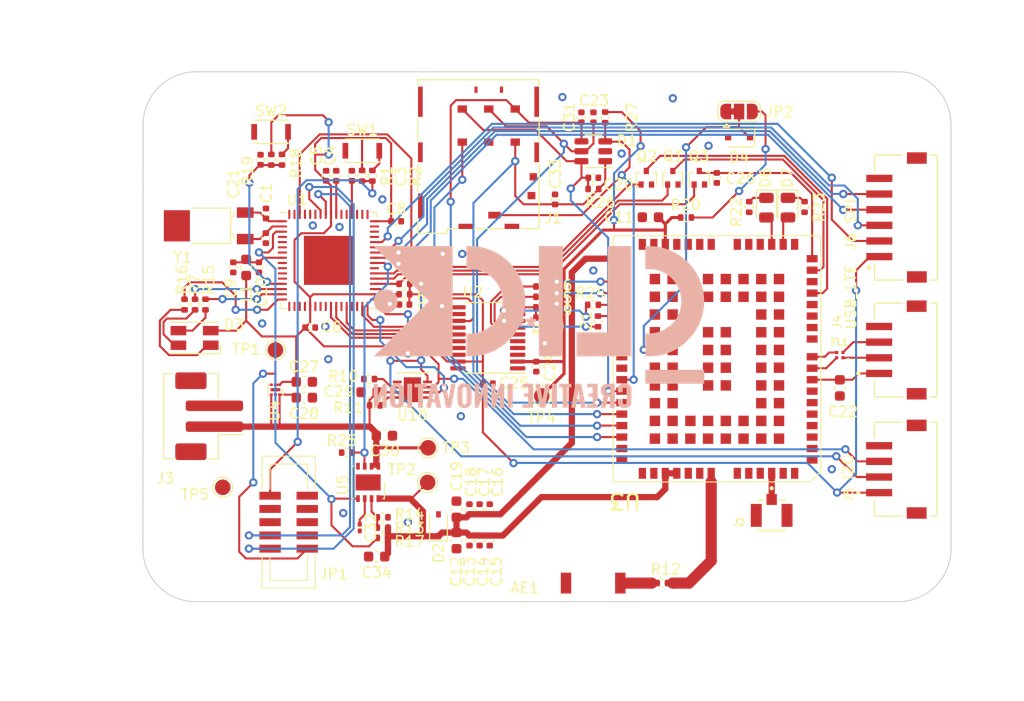
<source format=kicad_pcb>
(kicad_pcb (version 20211014) (generator pcbnew)
  (title_block (title "Demonstrateur LTE") (date "2022-10-14") (rev "1.0") (company "Le Click") (comment 1 "PCB Designer: Julien Fontaine"))
  (layers (0 "F.Cu" signal) (31 "B.Cu" signal) (34 "B.Paste" user) (35 "F.Paste" user) (36 "B.SilkS" user "B.Silkscreen") (37 "F.SilkS" user "F.Silkscreen") (38 "B.Mask" user) (39 "F.Mask" user) (44 "Edge.Cuts" user))
  (net 0 "")
  (net 1 "Net-(C1-Pad1)")
  (net 2 "GNDREF")
  (net 3 "+3V3")
  (net 19 "VDD_EXT")
  (net 20 "VBAT_BB")
  (net 22 "Net-(R21-Pad1)")
  (net 32 "USIM1_DATA")
  (net 36 "Net-(D6-Pad1)")
  (net 37 "SWD_DATA")
  (net 38 "SWD_CLK")
  (net 39 "Net-(C10-Pad1)")
  (net 40 "USIM1_RST")
  (net 43 "USIM1_CLK")
  (net 46 "DCE_W_DISABLE")
  (net 50 "USB_VBUS")
  (net 51 "Net-(C4-Pad1)")
  (net 52 "VBAT")
  (net 53 "Net-(C32-Pad1)")
  (net 54 "Net-(C2-Pad1)")
  (net 55 "OSC32_OUT")
  (net 56 "SDA")
  (net 57 "SCL")
  (net 59 "USB_BOOT")
  (net 60 "USB_DP")
  (net 66 "ANT_MAIN")
  (net 67 "UC_RESET_DCE")
  (net 69 "DCE_RESET")
  (net 70 "UC_PWRKEY_DCE")
  (net 78 "DCE_PWRKEY")
  (net 80 "UC_W_DIS_DCE")
  (net 86 "Net-(R5-Pad1)")
  (net 87 "DCE_TX")
  (net 88 "Net-(R6-Pad1)")
  (net 89 "DCE_RX")
  (net 90 "Net-(R8-Pad2)")
  (net 91 "Net-(R10-Pad1)")
  (net 93 "Net-(R11-Pad1)")
  (net 95 "Net-(R13-Pad2)")
  (net 96 "3.8V_PWRGD")
  (net 97 "Net-(AE1-Pad1)")
  (net 99 "DCE_STATUS_LED")
  (net 100 "DCE_NW_STATUS_LED")
  (net 101 "USIM1_GND")
  (net 102 "3.8V_EN")
  (net 103 "Net-(D7-Pad1)")
  (net 108 "USB_DM")
  (net 156 "UC_DCE_RX")
  (net 157 "UC_DCE_TX")
  (net 158 "Net-(R1-Pad1)")
  (net 159 "USIM1_DET")
  (net 160 "USIM1_VDD")
  (net 161 "Net-(R12-Pad2)")
  (net 162 "MAIN_BTN")
  (net 163 "Net-(D3-Pad1)")
  (net 164 "Net-(D3-Pad2)")
  (net 165 "Net-(D3-Pad3)")
  (net 169 "RESET")
  (net 170 "MAIN_LED_R")
  (net 171 "MAIN_LED_G")
  (net 172 "MAIN_LED_B")
  (net 173 "Net-(R18-Pad1)")
  (net 174 "Net-(JP2-Pad3)")
  (net 175 "Net-(FL1-Pad2)")
  (net 176 "Net-(FL1-Pad3)")
  (net 177 "Net-(R24-Pad1)")
  (net 178 "DCE_RTS")
  (net 179 "DCE_CTS")
  (net 180 "UC_DCE_CTS")
  (net 181 "UC_DCE_RTS")
  (net 182 "SCK")
  (net 183 "MOSI")
  (net 184 "MISO")
  (net 185 "{slash}CS")
  (footprint "TestPoint:TestPoint_Pad_D1.5mm" (layer "F.Cu") (at 147.450602 107.27853)
    (fp_text reference "TP4")
    (fp_text value "VDD_EXT")
  )
  (footprint "Capacitor_SMD:C_0402_1005Metric" (layer "F.Cu") (at 152.409861 80.570885 90)
    (fp_text reference "C23")
    (fp_text value "33pF")
  )
  (footprint "Resistor_SMD:R_0402_1005Metric" (layer "F.Cu") (at 159.015065 125.217023)
    (fp_text reference "R12")
    (fp_text value "0")
  )
  (footprint "Capacitor_SMD:C_0603_1608Metric" (layer "F.Cu") (at 139.282442 121.147547 -90)
    (fp_text reference "C12")
    (fp_text value "100uF 10V")
  )
  (footprint "Capacitor_SMD:C_0402_1005Metric" (layer "F.Cu") (at 120.337149 94.948131 -90)
    (fp_text reference "C10")
    (fp_text value "100n")
  )
  (footprint "Package_TO_SOT_SMD:SOT-416" (layer "F.Cu") (at 157.48 86.36 90)
    (fp_text reference "Q2")
    (fp_text value "DTC043ZEB")
  )
  (footprint "MountingHole:MountingHole_3.2mm_M3" (layer "F.Cu") (at 175.26 81.28)
    (fp_text reference "H3" hide)
    (fp_text value "MountingHole")
  )
  (footprint "Capacitor_SMD:C_0402_1005Metric" (layer "F.Cu") (at 120.494246 84.635878 90)
    (fp_text reference "C21")
    (fp_text value "100n")
  )
  (footprint "Resistor_SMD:R_0402_1005Metric" (layer "F.Cu") (at 130.227527 86.168787 -90)
    (fp_text reference "R2")
    (fp_text value "100k")
  )
  (footprint "Resistor_SMD:R_0402_1005Metric" (layer "F.Cu") (at 128.779188 112.704546 180)
    (fp_text reference "R25")
    (fp_text value "4k7")
  )
  (footprint "Resistor_SMD:R_0402_1005Metric" (layer "F.Cu") (at 132.199628 119.897575 180)
    (fp_text reference "R13")
    (fp_text value "165k")
  )
  (footprint "Resistor_SMD:R_0402_1005Metric" (layer "F.Cu") (at 115.216599 98.515288 -90)
    (fp_text reference "R15")
    (fp_text value "120R")
  )
  (footprint "Capacitor_SMD:C_0402_1005Metric" (layer "F.Cu") (at 142.286546 106.086617)
    (fp_text reference "C25")
    (fp_text value "100nF")
  )
  (footprint "Capacitor_SMD:C_0603_1608Metric" (layer "F.Cu") (at 157.870187 90.142932 180)
    (fp_text reference "C11")
    (fp_text value "2.2uF 6.3V")
  )
  (footprint "Package_DFN_QFN:DFN-8-1EP_3x3mm_P0.5mm_EP1.65x2.38mm" (layer "F.Cu") (at 135.05 106.68 180)
    (fp_text reference "U10")
    (fp_text value "STC3100IQT")
  )
  (footprint "Capacitor_SMD:C_0402_1005Metric" (layer "F.Cu") (at 129.249784 86.168787 90)
    (fp_text reference "C3")
    (fp_text value "100n")
  )
  (footprint "TestPoint:TestPoint_Pad_D1.5mm" (layer "F.Cu") (at 116.868636 116.038282 -90)
    (fp_text reference "TP5")
    (fp_text value "GND")
  )
  (footprint "Capacitor_SMD:C_0402_1005Metric" (layer "F.Cu") (at 140.528107 121.136725 -90)
    (fp_text reference "C13")
    (fp_text value "100nF_16V")
  )
  (footprint "TestPoint:TestPoint_Pad_D1.5mm" (layer "F.Cu") (at 136.515885 115.57 -90)
    (fp_text reference "TP2")
    (fp_text value "+3V8")
  )
  (footprint "Capacitor_SMD:C_0603_1608Metric" (layer "F.Cu") (at 130.902356 106.915922 180)
    (fp_text reference "C29")
    (fp_text value "4.7uF")
  )
  (footprint "Resistor_SMD:R_0402_1005Metric" (layer "F.Cu") (at 122.549916 84.631183 -90)
    (fp_text reference "R18")
    (fp_text value "39R")
  )
  (footprint "Resistor_SMD:R_0402_1005Metric" (layer "F.Cu") (at 147.403685 99.768408 180)
    (fp_text reference "R8")
    (fp_text value "10k")
  )
  (footprint "Capacitor_SMD:C_0402_1005Metric" (layer "F.Cu") (at 152.4 86.36)
    (fp_text reference "C20")
    (fp_text value "100nF")
  )
  (footprint "Capacitor_SMD:C_0603_1608Metric" (layer "F.Cu") (at 124.691002 105.926166)
    (fp_text reference "C27")
    (fp_text value "2.2uF")
  )
  (footprint "Capacitor_SMD:C_0603_1608Metric" (layer "F.Cu") (at 139.28 118.13849 90)
    (fp_text reference "C16")
    (fp_text value "100uF 10V")
  )
  (footprint "quectel-lib:_AD LIB_EG915U.PcbLib_EG915U" (layer "F.Cu") (at 164.25 103.72 180)
    (fp_text reference "U3")
    (fp_text value "EG915U" hide)
  )
  (footprint "Capacitor_SMD:C_0402_1005Metric" (layer "F.Cu") (at 126.782667 86.171547 90)
    (fp_text reference "C5")
    (fp_text value "100n")
  )
  (footprint "Resistor_SMD:R_0402_1005Metric" (layer "F.Cu") (at 114.212554 98.515288 -90)
    (fp_text reference "R7")
    (fp_text value "120R")
  )
  (footprint "Capacitor_SMD:C_0603_1608Metric" (layer "F.Cu") (at 132.366977 111.091815)
    (fp_text reference "C30")
    (fp_text value "4.7uF")
  )
  (footprint "Capacitor_SMD:C_0201_0603Metric" (layer "F.Cu") (at 130.004857 119.896066 -90)
    (fp_text reference "C32")
    (fp_text value "1000pF")
  )
  (footprint "S4B-ZR-SM4A-TF_LF__SN_:JST_S4B-ZR-SM4A-TF(LF)(SN)" (layer "F.Cu") (at 179.7975 114.3 90)
    (fp_text reference "J5")
    (fp_text value "S4B-ZR-SM4A-TF(LF)(SN)")
  )
  (footprint "Capacitor_SMD:C_0402_1005Metric" (layer "F.Cu") (at 117.880319 94.951267 -90)
    (fp_text reference "C9")
    (fp_text value "100n")
  )
  (footprint "Resistor_SMD:R_0402_1005Metric" (layer "F.Cu") (at 152.408098 87.43614 180)
    (fp_text reference "R26")
    (fp_text value "15k")
  )
  (footprint "Jumper:SolderJumper-3_P1.3mm_Bridged12_RoundedPad1.0x1.5mm" (layer "F.Cu") (at 166.37 80.01)
    (fp_text reference "JP2")
    (fp_text value "SolderJumper_3_Bridged12")
  )
  (footprint "Package_TO_SOT_SMD:SOT-416" (layer "F.Cu") (at 162.56 86.36 90)
    (fp_text reference "Q3")
    (fp_text value "DTC043ZEB")
  )
  (footprint "Capacitor_SMD:C_0402_1005Metric" (layer "F.Cu") (at 146.927325 104.465754 -90)
    (fp_text reference "C24")
    (fp_text value "100nF")
  )
  (footprint "Resistor_SMD:R_0402_1005Metric" (layer "F.Cu") (at 134.287684 96.530831 180)
    (fp_text reference "R4")
    (fp_text value "4k7")
  )
  (footprint "Resistor_SMD:R_0402_1005Metric" (layer "F.Cu") (at 167.342766 89.155993 -90)
    (fp_text reference "R22")
    (fp_text value "470R")
  )
  (footprint "Package_DFN_QFN:QFN-64-1EP_9x9mm_P0.5mm_EP4.7x4.7mm" (layer "F.Cu") (at 127 94.28)
    (fp_text reference "U1")
    (fp_text value "ATSAMD21J18A-M")
  )
  (footprint "20021521-00010T1LF:20021521-00010T1LF" (layer "F.Cu") (at 123.19 119.38 90)
    (fp_text reference "JP1")
    (fp_text value "20021521-00010T1LF")
  )
  (footprint "Capacitor_SMD:C_0402_1005Metric" (layer "F.Cu") (at 134.284097 98.515641 180)
    (fp_text reference "C7")
    (fp_text value "100n")
  )
  (footprint "LED_SMD:LED_RGB_Wuerth-PLCC4_3.2x2.8mm_150141M173100" (layer "F.Cu") (at 114.170017 101.714441 180)
    (fp_text reference "D3")
    (fp_text value "LED_RGBA")
  )
  (footprint "Resistor_SMD:R_0402_1005Metric" (layer "F.Cu") (at 152.847667 100.130202 -90)
    (fp_text reference "R21")
    (fp_text value "0R")
  )
  (footprint "Resistor_SMD:R_0402_1005Metric" (layer "F.Cu") (at 113.208509 98.515288 -90)
    (fp_text reference "R16")
    (fp_text value "120R")
  )
  (footprint "Capacitor_SMD:C_0603_1608Metric" (layer "F.Cu") (at 131.631416 122.674172 180)
    (fp_text reference "C34")
    (fp_text value "10uF")
  )
  (footprint "Package_SO:TSSOP-20_4.4x6.5mm_P0.65mm" (layer "F.Cu") (at 142.284044 101.705177 180)
    (fp_text reference "U2")
    (fp_text value "TXS0108EPW")
  )
  (footprint "Resistor_SMD:R_0402_1005Metric" (layer "F.Cu") (at 161.29 90.17 180)
    (fp_text reference "R20")
    (fp_text value "4k7")
  )
  (footprint "Resistor_SMD:R_0402_1005Metric" (layer "F.Cu") (at 153.534695 80.572962 90)
    (fp_text reference "R27")
    (fp_text value "51k")
  )
  (footprint "Capacitor_SMD:C_0402_1005Metric" (layer "F.Cu") (at 121.018302 89.785054 90)
    (fp_text reference "C1")
    (fp_text value "6.8p")
  )
  (footprint "Resistor_SMD:R_0402_1005Metric" (layer "F.Cu") (at 147.407189 96.785718 180)
    (fp_text reference "R6")
    (fp_text value "0R")
  )
  (footprint "S4B-ZR-SM4A-TF_LF__SN_:JST_S4B-ZR-SM4A-TF(LF)(SN)" (layer "F.Cu") (at 179.7975 102.87 90)
    (fp_text reference "J4")
    (fp_text value "S4B-ZR-SM4A-TF(LF)(SN)")
  )
  (footprint "Capacitor_SMD:C_0402_1005Metric" (layer "F.Cu") (at 125.251275 100.719138)
    (fp_text reference "C6")
    (fp_text value "100n")
  )
  (footprint "Resistor_SMD:R_0402_1005Metric" (layer "F.Cu") (at 147.403685 98.779945)
    (fp_text reference "R9")
    (fp_text value "120k")
  )
  (footprint "Capacitor_SMD:C_0603_1608Metric" (layer "F.Cu") (at 119.11388 94.960102 90)
    (fp_text reference "L1")
    (fp_text value "BLM18PG471SN1")
  )
  (footprint "LED_SMD:LED_0805_2012Metric" (layer "F.Cu") (at 171.059295 89.224194 -90)
    (fp_text reference "D7")
    (fp_text value "LED_Green")
  )
  (footprint "Resistor_SMD:R_0402_1005Metric" (layer "F.Cu") (at 132.197093 118.90667)
    (fp_text reference "R14")
    (fp_text value "20k")
  )
  (footprint "Resistor_SMD:R_0402_1005Metric" (layer "F.Cu") (at 147.407189 97.775415 180)
    (fp_text reference "R5")
    (fp_text value "0R")
  )
  (footprint "TestPoint:TestPoint_Pad_D1.5mm" (layer "F.Cu") (at 136.560585 112.251004 -90)
    (fp_text reference "TP3")
    (fp_text value "VBAT")
  )
  (footprint "Resistor_SMD:R_0402_1005Metric" (layer "F.Cu") (at 131.455775 108.179988 180)
    (fp_text reference "R11")
    (fp_text value "1k")
  )
  (footprint "DLM0NSN900HY2D:FIL_DLM0NSN900HY2D" (layer "F.Cu") (at 176.027562 103.364599 180)
    (fp_text reference "FL1")
    (fp_text value "DLM0NSN900HY2D")
  )
  (footprint "Capacitor_SMD:C_0603_1608Metric" (layer "F.Cu") (at 176.030739 106.504296 90)
    (fp_text reference "C22")
    (fp_text value "1uF_10V")
  )
  (footprint "Capacitor_SMD:C_0402_1005Metric" (layer "F.Cu") (at 164.23599 86.374904 -90)
    (fp_text reference "C26")
    (fp_text value "10nF 25V")
  )
  (footprint "Package_DFN_QFN:DFN-6-1EP_1.2x1.2mm_P0.4mm_EP0.3x0.94mm_PullBack" (layer "F.Cu") (at 121.92 106.68 -90)
    (fp_text reference "U4")
    (fp_text value "MIC5528")
  )
  (footprint "Resistor_SMD:R_0402_1005Metric" (layer "F.Cu") (at 172.647616 89.155993 -90)
    (fp_text reference "R23")
    (fp_text value "470R")
  )
  (footprint "RF_Antenna:Quectel_YC0010AA" (layer "F.Cu") (at 151.986389 130.220603 180)
    (fp_text reference "AE1")
    (fp_text value "Antenna")
  )
  (footprint "LED_SMD:LED_0805_2012Metric" (layer "F.Cu") (at 168.992922 89.229598 -90)
    (fp_text reference "D6")
    (fp_text value "LED_Green")
  )
  (footprint "Button_Switch_SMD:SW_SPST_CK_KXT3" (layer "F.Cu") (at 130.250784 83.773262)
    (fp_text reference "SW1")
    (fp_text value "SW_Push")
  )
  (footprint "Capacitor_SMD:C_0402_1005Metric" (layer "F.Cu") (at 141.49461 118.138245 90)
    (fp_text reference "C18")
    (fp_text value "33pF_50V")
  )
  (footprint "Connector_JAE:JAE_SIM_Card_SF72S006" (layer "F.Cu") (at 142.3725 82.23)
    (fp_text reference "J1")
    (fp_text value "SIM_Card")
  )
  (footprint "Capacitor_SMD:C_0402_1005Metric" (layer "F.Cu") (at 148.728677 88.43733 90)
    (fp_text reference "C33")
    (fp_text value "33pF")
  )
  (footprint "TestPoint:TestPoint_Pad_D1.5mm" (layer "F.Cu") (at 121.92 102.87 -90)
    (fp_text reference "TP1")
    (fp_text value "+3V3")
  )
  (footprint "Resistor_SMD:R_0402_1005Metric" (layer "F.Cu") (at 134.287684 97.5297 180)
    (fp_text reference "R3")
    (fp_text value "4k7")
  )
  (footprint "Capacitor_SMD:C_0603_1608Metric" (layer "F.Cu") (at 124.691002 107.440311)
    (fp_text reference "C28")
    (fp_text value "2.2uF")
  )
  (footprint "Connector_JST:JST_PH_B2B-PH-SM4-TB_1x02-1MP_P2.00mm_Vertical" (layer "F.Cu") (at 115.57 109.22 90)
    (fp_text reference "J3")
    (fp_text value "Conn_01x02_Female")
  )
  (footprint "Capacitor_SMD:C_0402_1005Metric" (layer "F.Cu") (at 151.255081 80.569372 90)
    (fp_text reference "C31")
    (fp_text value "33pF")
  )
  (footprint "Capacitor_SMD:C_0402_1005Metric" (layer "F.Cu") (at 140.523562 118.13849 90)
    (fp_text reference "C17")
    (fp_text value "100nF_16V")
  )
  (footprint "Package_TO_SOT_SMD:SOT-23-6" (layer "F.Cu") (at 152.4 83.82 180)
    (fp_text reference "D1")
    (fp_text value "ESDA6V1-5SC6")
  )
  (footprint "Resistor_SMD:R_0402_1005Metric" (layer "F.Cu") (at 152.3723 98.542561 180)
    (fp_text reference "R24")
    (fp_text value "0R")
  )
  (footprint "MountingHole:MountingHole_3.2mm_M3" (layer "F.Cu") (at 114.3 121.92)
    (fp_text reference "H1" hide)
    (fp_text value "MountingHole")
  )
  (footprint "S6B-ZR-SM4A-TF_LF__SN_:JST_S6B-ZR-SM4A-TF(LF)(SN)" (layer "F.Cu") (at 179.81624 90.17 90)
    (fp_text reference "J6")
    (fp_text value "S6B-ZR-SM4A-TF(LF)(SN)")
  )
  (footprint "Resistor_SMD:R_0402_1005Metric" (layer "F.Cu") (at 132.19819 120.888788 180)
    (fp_text reference "R17")
    (fp_text value "100k")
  )
  (footprint "Capacitor_SMD:C_0402_1005Metric" (layer "F.Cu") (at 142.466469 118.137643 90)
    (fp_text reference "C19")
    (fp_text value "10pF_50V")
  )
  (footprint "Button_Switch_SMD:SW_SPST_CK_KXT3" (layer "F.Cu") (at 121.505406 81.959064)
    (fp_text reference "SW2")
    (fp_text value "SW_Push")
  )
  (footprint "Resistor_SMD:R_0402_1005Metric" (layer "F.Cu") (at 121.526818 84.635878 -90)
    (fp_text reference "R19")
    (fp_text value "100k")
  )
  (footprint "MountingHole:MountingHole_3.2mm_M3" (layer "F.Cu") (at 175.26 121.92)
    (fp_text reference "H2" hide)
    (fp_text value "MountingHole")
  )
  (footprint "Connector_Samtec:SAMTEC_RSP-122811-01" (layer "F.Cu") (at 169.493663 118.726903 180)
    (fp_text reference "J2")
    (fp_text value "RSP-122811-01")
  )
  (footprint "Diode_SMD:D_SOD-323" (layer "F.Cu") (at 166.37 82.55 180)
    (fp_text reference "D4")
    (fp_text value "SD05_SOD323")
  )
  (footprint "Capacitor_SMD:C_0402_1005Metric" (layer "F.Cu") (at 133.495456 90.532146)
    (fp_text reference "C8")
    (fp_text value "100n")
  )
  (footprint "Crystal:Crystal_SMD_MicroCrystal_MS1V-T1K" (layer "F.Cu") (at 115.523405 90.966368 -90)
    (fp_text reference "Y1")
    (fp_text value "MS1V-T1K_32768")
  )
  (footprint "MountingHole:MountingHole_3.2mm_M3" (layer "F.Cu") (at 114.3 81.28)
    (fp_text reference "H4" hide)
    (fp_text value "MountingHole")
  )
  (footprint "Diode_SMD:D_SOD-323" (layer "F.Cu") (at 137.552509 119.68 90)
    (fp_text reference "D2")
    (fp_text value "4V7 2kW TVS")
  )
  (footprint "Package_DFN_QFN:DFN-8-1EP_3x3mm_P0.65mm_EP1.55x2.4mm" (layer "F.Cu") (at 130.81 115.57 -90)
    (fp_text reference "U5")
    (fp_text value "MCP1726")
  )
  (footprint "Resistor_SMD:R_0402_1005Metric" (layer "F.Cu") (at 130.908258 105.657401 180)
    (fp_text reference "R10")
    (fp_text value "33m")
  )
  (footprint "Capacitor_SMD:C_0402_1005Metric" (layer "F.Cu") (at 141.49828 121.135784 -90)
    (fp_text reference "C14")
    (fp_text value "33pF_50V")
  )
  (footprint "Resistor_SMD:R_0402_1005Metric" (layer "F.Cu") (at 131.216377 86.168573 -90)
    (fp_text reference "R1")
    (fp_text value "39R")
  )
  (footprint "Package_TO_SOT_SMD:SOT-416" (layer "F.Cu") (at 160.02 86.36 90)
    (fp_text reference "Q1")
    (fp_text value "DTC043ZEB")
  )
  (footprint "Capacitor_SMD:C_0402_1005Metric" (layer "F.Cu") (at 142.467465 121.139344 -90)
    (fp_text reference "C15")
    (fp_text value "10pF_50V")
  )
  (footprint "Capacitor_SMD:C_0402_1005Metric" (layer "F.Cu") (at 121.000404 92.147681 -90)
    (fp_text reference "C2" hide)
    (fp_text value "6.8p")
  )
  (footprint "Capacitor_SMD:C_0402_1005Metric" (layer "F.Cu") (at 127.749877 86.170989 90)
    (fp_text reference "C4")
    (fp_text value "100n")
  )
  (footprint "LOGO" (layer "B.Cu") (at 147.1875 100.65 180)
    (fp_text reference "G***")
    (fp_text value "LOGO" hide)
  )
  (gr_arc (start 114.3 127) (mid 110.707898 125.512102) (end 109.22 121.92) (layer "Edge.Cuts") (width 0.1))
  (gr_line (start 114.3 127) (end 181.61 127) (layer "Edge.Cuts") (width 0.1))
  (gr_line (start 109.231698 81.279737) (end 109.22 121.92) (layer "Edge.Cuts") (width 0.1))
  (gr_arc (start 181.61 76.2) (mid 185.20064 77.683516) (end 186.688454 81.272377) (layer "Edge.Cuts") (width 0.1))
  (gr_arc (start 109.231698 81.279737) (mid 110.715477 77.691861) (end 114.3 76.2) (layer "Edge.Cuts") (width 0.1))
  (gr_arc (start 186.69 121.92) (mid 185.202102 125.512102) (end 181.61 127) (layer "Edge.Cuts") (width 0.1))
  (gr_line (start 181.61 76.2) (end 114.3 76.2) (layer "Edge.Cuts") (width 0.1))
  (gr_line (start 186.69 121.92) (end 186.688454 81.272377) (layer "Edge.Cuts") (width 0.1))
  (gr_text "I2C" (at 176.815863 114.112698 90) (layer "F.SilkS") (effects (font (size 1 1))))
  (gr_text "SPI" (at 177.10568 89.596687 90) (layer "F.SilkS") (effects (font (size 1 1))))
  (gr_text "USB_LTE" (at 177.093703 97.79 90) (layer "F.SilkS") (effects (font (size 1 1))))
  (segment (start 122.5875 90.53) (end 121.283248 90.53) (width 0.2) (layer "F.Cu") (net 1))
  (segment (start 121.283248 90.53) (end 121.018302 90.265054) (width 0.2) (layer "F.Cu") (net 1))
  (segment (start 119.023405 89.696368) (end 120.449616 89.696368) (width 0.2) (layer "F.Cu") (net 1))
  (segment (start 120.449616 89.696368) (end 121.018302 90.265054) (width 0.2) (layer "F.Cu") (net 1))
  (via (at 132.881585 98.445579) (size 0.8) (drill 0.4) (layers "F.Cu" "B.Cu") (net 2))
  (via (at 139.8325 93.66) (size 0.8) (drill 0.4) (layers "F.Cu" "B.Cu") (net 2))
  (via (at 137.955409 93.651979) (size 0.8) (drill 0.4) (layers "F.Cu" "B.Cu") (net 2))
  (via (at 128.422393 118.508397) (size 0.8) (drill 0.4) (layers "F.Cu" "B.Cu") (net 2))
  (via (at 125.503394 90.934013) (size 0.8) (drill 0.4) (layers "F.Cu" "B.Cu") (net 2))
  (via (at 163.443631 83.289018) (size 0.8) (drill 0.4) (layers "F.Cu" "B.Cu") (net 2))
  (via (at 148.890812 98.443203) (size 0.8) (drill 0.4) (layers "F.Cu" "B.Cu") (net 2))
  (via (at 137.899176 98.667787) (size 0.8) (drill 0.4) (layers "F.Cu" "B.Cu") (net 2))
  (via (at 134.62 119.38) (size 0.8) (drill 0.4) (layers "F.Cu" "B.Cu") (net 2))
  (via (at 126.993866 103.756012) (size 0.8) (drill 0.4) (layers "F.Cu" "B.Cu") (net 2))
  (via (at 139.7 109.22) (size 0.8) (drill 0.4) (layers "F.Cu" "B.Cu") (net 2))
  (via (at 147.745313 102.23262) (size 0.8) (drill 0.4) (layers "F.Cu" "B.Cu") (net 2))
  (via (at 128.064981 91.081962) (size 0.8) (drill 0.4) (layers "F.Cu" "B.Cu") (net 2))
  (via (at 152.4 95.25) (size 0.8) (drill 0.4) (layers "F.Cu" "B.Cu") (net 2))
  (via (at 126.716178 100.61512) (size 0.8) (drill 0.4) (layers "F.Cu" "B.Cu") (net 2))
  (via (at 175.26 114.3) (size 0.8) (drill 0.4) (layers "F.Cu" "B.Cu") (net 2))
  (via (at 132.176408 88.43816) (size 0.8) (drill 0.4) (layers "F.Cu" "B.Cu") (net 2))
  (via (at 160.02 78.74) (size 0.8) (drill 0.4) (layers "F.Cu" "B.Cu") (net 2))
  (via (at 155.11047 84.041982) (size 0.8) (drill 0.4) (layers "F.Cu" "B.Cu") (net 2))
  (via (at 120.65 100.33) (size 0.8) (drill 0.4) (layers "F.Cu" "B.Cu") (net 2))
  (via (at 149.432544 78.627143) (size 0.8) (drill 0.4) (layers "F.Cu" "B.Cu") (net 2))
  (segment (start 119.11388 95.735102) (end 119.11388 100.06388) (width 0.2) (layer "F.Cu") (net 3))
  (segment (start 134.797684 97.5297) (end 134.797684 96.530831) (width 0.2) (layer "F.Cu") (net 3))
  (segment (start 125.25 100.240413) (end 124.771275 100.719138) (width 0.2) (layer "F.Cu") (net 3))
  (segment (start 118.163319 101.014441) (end 119.11388 100.06388) (width 0.2) (layer "F.Cu") (net 3))
  (segment (start 179.7975 116.55) (end 175.776507 116.55) (width 0.2) (layer "F.Cu") (net 3))
  (segment (start 125.25 98.6925) (end 125.25 100.240413) (width 0.2) (layer "F.Cu") (net 3))
  (segment (start 127.25 87.11888) (end 126.782667 86.651547) (width 0.2) (layer "F.Cu") (net 3))
  (segment (start 118.448799 116.939145) (end 118.448799 122.214254) (width 0.2) (layer "F.Cu") (net 3))
  (segment (start 123.916002 101.574411) (end 123.916002 105.926166) (width 0.2) (layer "F.Cu") (net 3))
  (segment (start 127.25 90.990571) (end 126.560082 91.680489) (width 0.2) (layer "F.Cu") (net 3))
  (segment (start 124.771275 100.719138) (end 123.916002 101.574411) (width 0.2) (layer "F.Cu") (net 3))
  (segment (start 126.560082 91.680489) (end 124.400489 91.680489) (width 0.2) (layer "F.Cu") (net 3))
  (segment (start 134.764097 98.515641) (end 134.764097 97.563287) (width 0.2) (layer "F.Cu") (net 3))
  (segment (start 122.598834 105.926166) (end 122.32 106.205) (width 0.2) (layer "F.Cu") (net 3))
  (segment (start 122.32 106.205) (end 121.96952 106.205) (width 0.2) (layer "F.Cu") (net 3))
  (segment (start 141.806546 98.13247) (end 141.806546 106.086617) (width 0.2) (layer "F.Cu") (net 3))
  (segment (start 127.023068 84.13627) (end 125.754167 84.13627) (width 0.2) (layer "F.Cu") (net 3))
  (segment (start 124.771275 100.719138) (end 126.575395 102.523258) (width 0.2) (layer "F.Cu") (net 3))
  (segment (start 131.4125 90.53) (end 133.01331 90.53) (width 0.2) (layer "F.Cu") (net 3))
  (segment (start 125.246412 98.688912) (end 125.25 98.6925) (width 0.2) (layer "F.Cu") (net 3))
  (segment (start 119.800308 115.57) (end 119.800308 115.587636) (width 0.2) (layer "F.Cu") (net 3))
  (segment (start 133.015456 83.073313) (end 133.015456 90.532146) (width 0.2) (layer "F.Cu") (net 3))
  (segment (start 133.01331 90.53) (end 133.015456 90.532146) (width 0.2) (layer "F.Cu") (net 3))
  (segment (start 123.754729 92.326249) (end 123.754729 96.325999) (width 0.2) (layer "F.Cu") (net 3))
  (segment (start 138.370678 103.980177) (end 139.421544 103.980177) (width 0.2) (layer "F.Cu") (net 3))
  (segment (start 177.590033 97.158456) (end 177.58915 97.158456) (width 0.2) (layer "F.Cu") (net 3))
  (segment (start 125.534094 97.53) (end 125.246412 97.817682) (width 0.2) (layer "F.Cu") (net 3))
  (segment (start 144.748512 113.714312) (end 141.806546 110.772346) (width 0.2) (layer "F.Cu") (net 3))
  (segment (start 121.92 102.87) (end 121.92 106.205) (width 0.2) (layer "F.Cu") (net 3))
  (segment (start 126.476914 80.368339) (end 127.020459 80.911884) (width 0.2) (layer "F.Cu") (net 3))
  (segment (start 127.25 89.8675) (end 127.25 90.990571) (width 0.2) (layer "F.Cu") (net 3))
  (segment (start 119.094196 122.859651) (end 124.030349 122.859651) (width 0.2) (layer "F.Cu") (net 3))
  (segment (start 125.246412 97.817682) (end 125.246412 98.688912) (width 0.2) (layer "F.Cu") (net 3))
  (segment (start 125.73 83.12781) (end 125.73 84.160437) (width 0.2) (layer "F.Cu") (net 3))
  (segment (start 120.624411 101.574411) (end 123.916002 101.574411) (width 0.2) (layer "F.Cu") (net 3))
  (segment (start 121.526818 84.125878) (end 121.526818 81.05243) (width 0.2) (layer "F.Cu") (net 3))
  (segment (start 141.806546 110.772346) (end 141.806546 106.086617) (width 0.2) (layer "F.Cu") (net 3))
  (segment (start 130.227527 82.557162) (end 130.237412 82.547277) (width 0.2) (layer "F.Cu") (net 3))
  (segment (start 134.764097 97.563287) (end 134.797684 97.5297) (width 0.2) (layer "F.Cu") (net 3))
  (segment (start 125.754167 84.13627) (end 125.73 84.160437) (width 0.2) (layer "F.Cu") (net 3))
  (segment (start 119.11388 100.06388) (end 120.624411 101.574411) (width 0.2) (layer "F.Cu") (net 3))
  (segment (start 124.030349 122.859651) (end 124.97 121.92) (width 0.2) (layer "F.Cu") (net 3))
  (segment (start 132.492143 82.55) (end 133.015456 83.073313) (width 0.2) (layer "F.Cu") (net 3))
  (segment (start 124.400489 91.680489) (end 123.754729 92.326249) (width 0.2) (layer "F.Cu") (net 3))
  (segment (start 120.73341 105.141225) (end 121.88485 105.141225) (width 0.2) (layer "F.Cu") (net 3))
  (segment (start 122.210909 80.368339) (end 126.476914 80.368339) (width 0.2) (layer "F.Cu") (net 3))
  (segment (start 115.720017 101.014441) (end 118.163319 101.014441) (width 0.2) (layer "F.Cu") (net 3))
  (segment (start 134.801229 97.533245) (end 141.207321 97.533245) (width 0.2) (layer "F.Cu") (net 3))
  (segment (start 127.25 89.8675) (end 127.25 87.11888) (width 0.2) (layer "F.Cu") (net 3))
  (segment (start 177.58915 97.158456) (end 177.58756 97.156866) (width 0.2) (layer "F.Cu") (net 3))
  (segment (start 123.754729 96.325999) (end 125.246412 97.817682) (width 0.2) (layer "F.Cu") (net 3))
  (segment (start 139.421544 103.980177) (end 139.422647 103.979074) (width 0.2) (layer "F.Cu") (net 3))
  (segment (start 125.73 85.59888) (end 126.782667 86.651547) (width 0.2) (layer "F.Cu") (net 3))
  (segment (start 178.903712 93.92) (end 177.590033 95.233679) (width 0.2) (layer "F.Cu") (net 3))
  (segment (start 175.776507 116.55) (end 175.764278 116.537771) (width 0.3) (layer "F.Cu") (net 3))
  (segment (start 126.30781 82.55) (end 132.492143 82.55) (width 0.2) (layer "F.Cu") (net 3))
  (segment (start 139.422647 103.979074) (end 141.806546 103.979074) (width 0.2) (layer "F.Cu") (net 3))
  (segment (start 131.4125 97.53) (end 125.534094 97.53) (width 0.2) (layer "F.Cu") (net 3))
  (segment (start 177.590033 95.233679) (end 177.590033 97.158456) (width 0.2) (layer "F.Cu") (net 3))
  (segment (start 121.526818 81.05243) (end 122.210909 80.368339) (width 0.2) (layer "F.Cu") (net 3))
  (segment (start 123.916002 105.926166) (end 122.598834 105.926166) (width 0.2) (layer "F.Cu") (net 3))
  (segment (start 141.207321 97.533245) (end 141.806546 98.13247) (width 0.2) (layer "F.Cu") (net 3))
  (segment (start 136.913759 102.523258) (end 138.370678 103.980177) (width 0.2) (layer "F.Cu") (net 3))
  (segment (start 119.800308 115.587636) (end 118.448799 116.939145) (width 0.2) (layer "F.Cu") (net 3))
  (segment (start 134.797684 97.5297) (end 134.801229 97.533245) (width 0.2) (layer "F.Cu") (net 3))
  (segment (start 118.448799 122.214254) (end 119.094196 122.859651) (width 0.2) (layer "F.Cu") (net 3))
  (segment (start 126.575395 102.523258) (end 136.913759 102.523258) (width 0.2) (layer "F.Cu") (net 3))
  (segment (start 125.73 84.160437) (end 125.73 85.59888) (width 0.2) (layer "F.Cu") (net 3))
  (segment (start 179.81624 93.92) (end 178.903712 93.92) (width 0.2) (layer "F.Cu") (net 3))
  (segment (start 125.73 83.12781) (end 126.30781 82.55) (width 0.2) (layer "F.Cu") (net 3))
  (segment (start 130.227527 85.658787) (end 130.227527 82.557162) (width 0.2) (layer "F.Cu") (net 3))
  (via (at 144.748512 113.714312) (size 0.8) (drill 0.4) (layers "F.Cu" "B.Cu") (net 3))
  (via (at 175.764278 116.537771) (size 0.8) (drill 0.4) (layers "F.Cu" "B.Cu") (net 3))
  (via (at 119.800308 115.57) (size 0.8) (drill 0.4) (layers "F.Cu" "B.Cu") (net 3))
  (via (at 127.023068 84.13627) (size 0.8) (drill 0.4) (layers "F.Cu" "B.Cu") (net 3))
  (via (at 177.58756 97.156866) (size 0.8) (drill 0.4) (layers "F.Cu" "B.Cu") (net 3))
  (via (at 120.73341 105.141225) (size 0.8) (drill 0.4) (layers "F.Cu" "B.Cu") (net 3))
  (via (at 127.020459 81.037232) (size 0.8) (drill 0.4) (layers "F.Cu" "B.Cu") (net 3))
  (segment (start 144.748512 113.714312) (end 144.7632 113.699624) (width 0.2) (layer "B.Cu") (net 3))
  (segment (start 119.800308 106.074327) (end 120.73341 105.141225) (width 0.2) (layer "B.Cu") (net 3))
  (segment (start 172.926131 113.699624) (end 175.764278 116.537771) (width 0.2) (layer "B.Cu") (net 3))
  (segment (start 144.7632 113.699624) (end 172.926131 113.699624) (width 0.2) (layer "B.Cu") (net 3))
  (segment (start 119.800308 115.57) (end 119.800308 106.074327) (width 0.2) (layer "B.Cu") (net 3))
  (segment (start 127.020459 84.133661) (end 127.023068 84.13627) (width 0.2) (layer "B.Cu") (net 3))
  (segment (start 177.58756 114.714489) (end 175.764278 116.537771) (width 0.2) (layer "B.Cu") (net 3))
  (segment (start 177.58756 97.156866) (end 177.58756 114.714489) (width 0.2) (layer "B.Cu") (net 3))
  (segment (start 127.020459 81.037232) (end 127.020459 84.133661) (width 0.2) (layer "B.Cu") (net 3))
  (segment (start 160.78 90.17) (end 159.927745 90.17) (width 0.3) (layer "F.Cu") (net 19))
  (segment (start 146.921748 103.980177) (end 146.927325 103.985754) (width 0.3) (layer "F.Cu") (net 19))
  (segment (start 154.379803 91.36815) (end 154.374663 91.37329) (width 0.2) (layer "F.Cu") (net 19))
  (segment (start 145.146544 103.980177) (end 146.921748 103.980177) (width 0.3) (layer "F.Cu") (net 19))
  (segment (start 154.379803 90.410376) (end 154.379803 91.36815) (width 0.2) (layer "F.Cu") (net 19))
  (segment (start 153.327674 91.37329) (end 154.374663 91.37329) (width 0.3) (layer "F.Cu") (net 19))
  (segment (start 149.590312 99.690192) (end 149.590312 95.110652) (width 0.3) (layer "F.Cu") (net 19))
  (segment (start 159.3 91.37329) (end 159.3 90.797745) (width 0.3) (layer "F.Cu") (net 19))
  (segment (start 146.927325 103.985754) (end 146.937885 103.975194) (width 0.3) (layer "F.Cu") (net 19))
  (segment (start 154.374663 91.37329) (end 159.3 91.37329) (width 0.3) (layer "F.Cu") (net 19))
  (segment (start 159.3 90.797745) (end 158.645187 90.142932) (width 0.3) (layer "F.Cu") (net 19))
  (segment (start 149.590312 95.110652) (end 153.327674 91.37329) (width 0.3) (layer "F.Cu") (net 19))
  (segment (start 155.122819 80.062962) (end 153.534695 80.062962) (width 0.2) (layer "F.Cu") (net 19))
  (segment (start 146.937885 103.975194) (end 149.566221 103.975194) (width 0.3) (layer "F.Cu") (net 19))
  (segment (start 159.3 92.745) (end 159.3 91.37329) (width 0.3) (layer "F.Cu") (net 19))
  (segment (start 149.512096 99.768408) (end 149.590312 99.690192) (width 0.3) (layer "F.Cu") (net 19))
  (segment (start 147.450602 107.27853) (end 149.590312 105.13882) (width 0.3) (layer "F.Cu") (net 19))
  (segment (start 156.928925 81.869068) (end 155.122819 80.062962) (width 0.2) (layer "F.Cu") (net 19))
  (segment (start 149.590312 105.13882) (end 149.590312 99.690192) (width 0.3) (layer "F.Cu") (net 19))
  (segment (start 147.913685 99.768408) (end 149.512096 99.768408) (width 0.3) (layer "F.Cu") (net 19))
  (segment (start 156.928925 83.331557) (end 156.928925 81.869068) (width 0.2) (layer "F.Cu") (net 19))
  (segment (start 159.927745 90.17) (end 159.3 90.797745) (width 0.3) (layer "F.Cu") (net 19))
  (via (at 156.928925 83.331557) (size 0.8) (drill 0.4) (layers "F.Cu" "B.Cu") (net 19))
  (via (at 154.379803 90.410376) (size 0.8) (drill 0.4) (layers "F.Cu" "B.Cu") (net 19))
  (segment (start 154.379803 90.410376) (end 154.379803 85.934016) (width 0.2) (layer "B.Cu") (net 19))
  (segment (start 156.928925 83.384894) (end 156.928925 83.331557) (width 0.2) (layer "B.Cu") (net 19))
  (segment (start 154.379803 85.934016) (end 156.928925 83.384894) (width 0.2) (layer "B.Cu") (net 19))
  (segment (start 154.379803 90.410376) (end 154.379923 90.410256) (width 0.2) (layer "B.Cu") (net 19))
  (segment (start 143.726014 120.661793) (end 142.469914 120.661793) (width 0.6) (layer "F.Cu") (net 20))
  (segment (start 137.552509 120.73) (end 136.059126 120.73) (width 0.6) (layer "F.Cu") (net 20))
  (segment (start 151.655054 94.12) (end 150.339832 95.435222) (width 0.6) (layer "F.Cu") (net 20))
  (segment (start 139.28 118.91349) (end 139.28 120.370105) (width 0.6) (layer "F.Cu") (net 20))
  (segment (start 140.247061 120.375679) (end 139.285574 120.375679) (width 0.6) (layer "F.Cu") (net 20))
  (segment (start 140.523562 118.61849) (end 140.523562 118.624819) (width 0.6) (layer "F.Cu") (net 20))
  (segment (start 159.3 114.695) (end 159.3 116.190403) (width 0.6) (layer "F.Cu") (net 20))
  (segment (start 132.011185 117.12) (end 132.011251 117.120066) (width 0.2) (layer "F.Cu") (net 20))
  (segment (start 150.339832 95.435222) (end 150.339832 111.77463) (width 0.6) (layer "F.Cu") (net 20))
  (segment (start 132.70819 120.888788) (end 132.70819 122.372398) (width 0.6) (layer "F.Cu") (net 20))
  (segment (start 141.49461 118.618245) (end 140.523807 118.618245) (width 0.6) (layer "F.Cu") (net 20))
  (segment (start 132.70819 119.899013) (end 132.709628 119.897575) (width 0.6) (layer "F.Cu") (net 20))
  (segment (start 134.84591 117.120066) (end 136.059126 118.333282) (width 0.6) (layer "F.Cu") (net 20))
  (segment (start 155.125 95.22) (end 155.125 94.12) (width 0.6) (layer "F.Cu") (net 20))
  (segment (start 141.49828 120.655784) (end 140.529048 120.655784) (width 0.6) (layer "F.Cu") (net 20))
  (segment (start 141.50184 120.659344) (end 141.49828 120.655784) (width 0.6) (layer "F.Cu") (net 20))
  (segment (start 132.866978 120.73) (end 132.70819 120.888788) (width 0.6) (layer "F.Cu") (net 20))
  (segment (start 136.059126 118.333282) (end 136.059126 120.73) (width 0.6) (layer "F.Cu") (net 20))
  (segment (start 143.496819 118.617643) (end 142.466469 118.617643) (width 0.6) (layer "F.Cu") (net 20))
  (segment (start 132.70819 122.372398) (end 132.406416 122.674172) (width 0.6) (layer "F.Cu") (net 20))
  (segment (start 137.767482 120.515028) (end 137.552509 120.73) (width 0.6) (layer "F.Cu") (net 20))
  (segment (start 136.059126 120.73) (end 132.866978 120.73) (width 0.6) (layer "F.Cu") (net 20))
  (segment (start 134.965819 117.120066) (end 134.84591 117.120066) (width 0.2) (layer "F.Cu") (net 20))
  (segment (start 159.3 116.190403) (end 158.513828 116.976575) (width 0.6) (layer "F.Cu") (net 20))
  (segment (start 141.495212 118.617643) (end 141.49461 118.618245) (width 0.6) (layer "F.Cu") (net 20))
  (segment (start 158.513828 116.976575) (end 147.411232 116.976575) (width 0.6) (layer "F.Cu") (net 20))
  (segment (start 136.515885 115.57) (end 134.965819 117.120066) (width 0.2) (layer "F.Cu") (net 20))
  (segment (start 139.28 120.370105) (end 139.282442 120.372547) (width 0.6) (layer "F.Cu") (net 20))
  (segment (start 140.523562 118.624819) (end 140.234891 118.91349) (width 0.6) (layer "F.Cu") (net 20))
  (segment (start 140.523807 118.618245) (end 140.523562 118.61849) (width 0.6) (layer "F.Cu") (net 20))
  (segment (start 139.285574 120.375679) (end 139.282442 120.372547) (width 0.6) (layer "F.Cu") (net 20))
  (segment (start 150.339832 111.77463) (end 143.496819 118.617643) (width 0.6) (layer "F.Cu") (net 20))
  (segment (start 140.529048 120.655784) (end 140.528107 120.656725) (width 0.6) (layer "F.Cu") (net 20))
  (segment (start 131.785 117.12) (end 132.011185 117.12) (width 0.2) (layer "F.Cu") (net 20))
  (segment (start 142.466469 118.617643) (end 141.495212 118.617643) (width 0.6) (layer "F.Cu") (net 20))
  (segment (start 132.011251 117.120066) (end 134.84591 117.120066) (width 0.6) (layer "F.Cu") (net 20))
  (segment (start 142.467465 120.659344) (end 141.50184 120.659344) (width 0.6) (layer "F.Cu") (net 20))
  (segment (start 160.4 114.695) (end 159.3 114.695) (width 0.6) (layer "F.Cu") (net 20))
  (segment (start 142.469914 120.661793) (end 142.467465 120.659344) (width 0.6) (layer "F.Cu") (net 20))
  (segment (start 132.70819 120.888788) (end 132.70819 119.899013) (width 0.6) (layer "F.Cu") (net 20))
  (segment (start 139.282442 120.372547) (end 137.909962 120.372547) (width 0.6) (layer "F.Cu") (net 20))
  (segment (start 140.528107 120.656725) (end 140.247061 120.375679) (width 0.6) (layer "F.Cu") (net 20))
  (segment (start 137.909962 120.372547) (end 137.767482 120.515028) (width 0.6) (layer "F.Cu") (net 20))
  (segment (start 140.234891 118.91349) (end 139.28 118.91349) (width 0.6) (layer "F.Cu") (net 20))
  (segment (start 147.411232 116.976575) (end 143.726014 120.661793) (width 0.6) (layer "F.Cu") (net 20))
  (segment (start 155.125 94.12) (end 151.655054 94.12) (width 0.6) (layer "F.Cu") (net 20))
  (segment (start 152.847869 99.62) (end 155.125 99.62) (width 0.2) (layer "F.Cu") (net 22))
  (segment (start 152.847667 99.620202) (end 152.847869 99.62) (width 0.2) (layer "F.Cu") (net 22))
  (segment (start 153.5375 86.816738) (end 153.5375 84.77) (width 0.2) (layer "F.Cu") (net 32))
  (segment (start 152.760002 109.02) (end 155.125 109.02) (width 0.2) (layer "F.Cu") (net 32))
  (segment (start 152.759568 109.019566) (end 152.760002 109.02) (width 0.2) (layer "F.Cu") (net 32))
  (segment (start 145.709274 88.903092) (end 144.9125 88.106318) (width 0.2) (layer "F.Cu") (net 32))
  (segment (start 145.709274 88.903092) (end 148.714439 88.903092) (width 0.2) (layer "F.Cu") (net 32))
  (segment (start 144.9125 88.106318) (end 144.9125 84.77) (width 0.2) (layer "F.Cu") (net 32))
  (segment (start 148.714439 88.903092) (end 148.728677 88.91733) (width 0.2) (layer "F.Cu") (net 32))
  (segment (start 152.918098 87.43614) (end 151.451146 88.903092) (width 0.2) (layer "F.Cu") (net 32))
  (segment (start 148.742915 88.903092) (end 148.728677 88.91733) (width 0.2) (layer "F.Cu") (net 32))
  (segment (start 152.918098 87.43614) (end 153.5375 86.816738) (width 0.2) (layer "F.Cu") (net 32))
  (segment (start 151.451146 88.903092) (end 148.742915 88.903092) (width 0.2) (layer "F.Cu") (net 32))
  (segment (start 144.9125 84.77) (end 144.9125 82.94) (width 0.2) (layer "F.Cu") (net 32))
  (via (at 144.9125 84.77) (size 0.8) (drill 0.4) (layers "F.Cu" "B.Cu") (net 32))
  (via (at 152.759568 109.019566) (size 0.8) (drill 0.4) (layers "F.Cu" "B.Cu") (net 32))
  (segment (start 152.759568 109.019566) (end 144.777543 109.019566) (width 0.2) (layer "B.Cu") (net 32))
  (segment (start 140.903497 88.779003) (end 144.9125 84.77) (width 0.2) (layer "B.Cu") (net 32))
  (segment (start 140.903497 105.14552) (end 140.903497 88.779003) (width 0.2) (layer "B.Cu") (net 32))
  (segment (start 144.777543 109.019566) (end 140.903497 105.14552) (width 0.2) (layer "B.Cu") (net 32))
  (segment (start 168.91 88.28555) (end 167.739688 88.28555) (width 0.2) (layer "F.Cu") (net 36))
  (segment (start 167.739688 88.28555) (end 167.375528 88.64971) (width 0.2) (layer "F.Cu") (net 36))
  (segment (start 126.25 89.47528) (end 126.25 89.8675) (width 0.2) (layer "F.Cu") (net 37))
  (segment (start 125.167611 87.2481) (end 125.167611 88.392891) (width 0.2) (layer "F.Cu") (net 37))
  (segment (start 125.167611 88.392891) (end 126.25 89.47528) (width 0.2) (layer "F.Cu") (net 37))
  (segment (start 121.41 121.92) (end 119.38 121.92) (width 0.2) (layer "F.Cu") (net 37))
  (via (at 125.167611 87.2481) (size 0.8) (drill 0.4) (layers "F.Cu" "B.Cu") (net 37))
  (via (at 119.38 121.92) (size 0.8) (drill 0.4) (layers "F.Cu" "B.Cu") (net 37))
  (segment (start 127.734455 87.2481) (end 125.167611 87.2481) (width 0.2) (layer "B.Cu") (net 37))
  (segment (start 127.494295 121.92) (end 129.421424 119.992871) (width 0.2) (layer "B.Cu") (net 37))
  (segment (start 119.38 121.92) (end 127.494295 121.92) (width 0.2) (layer "B.Cu") (net 37))
  (segment (start 129.421424 119.992871) (end 129.421424 88.93507) (width 0.2) (layer "B.Cu") (net 37))
  (segment (start 129.421424 88.93507) (end 127.734455 87.2481) (width 0.2) (layer "B.Cu") (net 37))
  (segment (start 126.75 89.8675) (end 126.75 88.651386) (width 0.2) (layer "F.Cu") (net 38))
  (segment (start 119.38 120.65) (end 121.41 120.65) (width 0.2) (layer "F.Cu") (net 38))
  (segment (start 126.75 88.651386) (end 126.029635 87.931021) (width 0.2) (layer "F.Cu") (net 38))
  (via (at 126.029635 87.931021) (size 0.8) (drill 0.4) (layers "F.Cu" "B.Cu") (net 38))
  (via (at 119.38 120.65) (size 0.8) (drill 0.4) (layers "F.Cu" "B.Cu") (net 38))
  (segment (start 127.92308 87.931021) (end 126.029635 87.931021) (width 0.2) (layer "B.Cu") (net 38))
  (segment (start 119.38 120.65) (end 119.380518 120.649482) (width 0.2) (layer "B.Cu") (net 38))
  (segment (start 119.380518 120.649482) (end 128.270518 120.649482) (width 0.2) (layer "B.Cu") (net 38))
  (segment (start 129.071904 119.848096) (end 129.071904 89.079845) (width 0.2) (layer "B.Cu") (net 38))
  (segment (start 129.071904 89.079845) (end 127.92308 87.931021) (width 0.2) (layer "B.Cu") (net 38))
  (segment (start 128.270518 120.649482) (end 129.071904 119.848096) (width 0.2) (layer "B.Cu") (net 38))
  (segment (start 120.337149 94.468131) (end 119.396909 94.468131) (width 0.2) (layer "F.Cu") (net 39))
  (segment (start 120.77528 94.03) (end 120.337149 94.468131) (width 0.2) (layer "F.Cu") (net 39))
  (segment (start 119.396909 94.468131) (end 119.11388 94.185102) (width 0.2) (layer "F.Cu") (net 39))
  (segment (start 118.827715 94.471267) (end 119.11388 94.185102) (width 0.2) (layer "F.Cu") (net 39))
  (segment (start 122.5875 94.03) (end 120.77528 94.03) (width 0.2) (layer "F.Cu") (net 39))
  (segment (start 117.880319 94.471267) (end 118.827715 94.471267) (width 0.2) (layer "F.Cu") (net 39))
  (segment (start 147.92664 81.43414) (end 149.576409 83.083909) (width 0.2) (layer "F.Cu") (net 40))
  (segment (start 150.3125 83.82) (end 151.2625 83.82) (width 0.2) (layer "F.Cu") (net 40))
  (segment (start 149.576409 83.083909) (end 149.576409 83.103969) (width 0.2) (layer "F.Cu") (net 40))
  (segment (start 149.596469 83.103969) (end 149.576409 83.103969) (width 0.2) (layer "F.Cu") (net 40))
  (segment (start 152.768018 107.92) (end 155.125 107.92) (width 0.2) (layer "F.Cu") (net 40))
  (segment (start 152.409861 83.077571) (end 152.409861 81.050885) (width 0.2) (layer "F.Cu") (net 40))
  (segment (start 150.3125 83.82) (end 149.596469 83.103969) (width 0.2) (layer "F.Cu") (net 40))
  (segment (start 152.764118 107.9239) (end 152.768018 107.92) (width 0.2) (layer "F.Cu") (net 40))
  (segment (start 151.667432 83.82) (end 152.409861 83.077571) (width 0.2) (layer "F.Cu") (net 40))
  (segment (start 142.3725 79.77) (end 144.03664 81.43414) (width 0.2) (layer "F.Cu") (net 40))
  (segment (start 151.2625 83.82) (end 151.667432 83.82) (width 0.2) (layer "F.Cu") (net 40))
  (segment (start 144.03664 81.43414) (end 147.92664 81.43414) (width 0.2) (layer "F.Cu") (net 40))
  (via (at 152.764118 107.9239) (size 0.8) (drill 0.4) (layers "F.Cu" "B.Cu") (net 40))
  (via (at 149.576409 83.103969) (size 0.8) (drill 0.4) (layers "F.Cu" "B.Cu") (net 40))
  (segment (start 144.176172 107.9239) (end 152.764118 107.9239) (width 0.2) (layer "B.Cu") (net 40))
  (segment (start 141.253017 105.000745) (end 144.176172 107.9239) (width 0.2) (layer "B.Cu") (net 40))
  (segment (start 149.576409 83.916091) (end 141.253017 92.239483) (width 0.2) (layer "B.Cu") (net 40))
  (segment (start 141.253017 92.239483) (end 141.253017 105.000745) (width 0.2) (layer "B.Cu") (net 40))
  (segment (start 149.576409 83.103969) (end 149.576409 83.916091) (width 0.2) (layer "B.Cu") (net 40))
  (segment (start 146.22712 81.08462) (end 151.219833 81.08462) (width 0.2) (layer "F.Cu") (net 43))
  (segment (start 144.059687 78.917187) (end 144.9125 79.77) (width 0.2) (layer "F.Cu") (net 43))
  (segment (start 151.2625 82.87) (end 151.2625 81.056791) (width 0.2) (layer "F.Cu") (net 43))
  (segment (start 152.772155 110.12) (end 155.125 110.12) (width 0.2) (layer "F.Cu") (net 43))
  (segment (start 144.9125 79.77) (end 146.22712 81.08462) (width 0.2) (layer "F.Cu") (net 43))
  (segment (start 151.219833 81.08462) (end 151.255081 81.049372) (width 0.2) (layer "F.Cu") (net 43))
  (segment (start 139.244148 78.917187) (end 144.059687 78.917187) (width 0.2) (layer "F.Cu") (net 43))
  (segment (start 152.757135 110.13502) (end 152.772155 110.12) (width 0.2) (layer "F.Cu") (net 43))
  (segment (start 138.722366 88.658341) (end 138.722366 79.438969) (width 0.2) (layer "F.Cu") (net 43))
  (segment (start 138.722366 79.438969) (end 139.244148 78.917187) (width 0.2) (layer "F.Cu") (net 43))
  (segment (start 151.2625 81.056791) (end 151.255081 81.049372) (width 0.2) (layer "F.Cu") (net 43))
  (via (at 152.757135 110.13502) (size 0.8) (drill 0.4) (layers "F.Cu" "B.Cu") (net 43))
  (via (at 138.722366 88.658341) (size 0.8) (drill 0.4) (layers "F.Cu" "B.Cu") (net 43))
  (segment (start 138.726872 88.662847) (end 138.726872 103.470867) (width 0.2) (layer "B.Cu") (net 43))
  (segment (start 138.722366 88.658341) (end 138.726872 88.662847) (width 0.2) (layer "B.Cu") (net 43))
  (segment (start 138.726872 103.470867) (end 145.391025 110.13502) (width 0.2) (layer "B.Cu") (net 43))
  (segment (start 145.391025 110.13502) (end 152.757135 110.13502) (width 0.2) (layer "B.Cu") (net 43))
  (segment (start 164.246104 85.905018) (end 164.23599 85.894904) (width 0.2) (layer "F.Cu") (net 46))
  (segment (start 164.23599 85.894904) (end 162.744904 85.894904) (width 0.2) (layer "F.Cu") (net 46))
  (segment (start 173.375 94.12) (end 173.375 87.920187) (width 0.2) (layer "F.Cu") (net 46))
  (segment (start 173.375 87.920187) (end 171.359831 85.905018) (width 0.2) (layer "F.Cu") (net 46))
  (segment (start 171.359831 85.905018) (end 164.246104 85.905018) (width 0.2) (layer "F.Cu") (net 46))
  (segment (start 162.744904 85.894904) (end 162.56 85.71) (width 0.2) (layer "F.Cu") (net 46))
  (segment (start 177.843711 105.12) (end 179.7975 105.12) (width 0.2) (layer "F.Cu") (net 50))
  (segment (start 177.243711 105.72) (end 177.843711 105.12) (width 0.2) (layer "F.Cu") (net 50))
  (segment (start 173.375 105.72) (end 177.243711 105.72) (width 0.2) (layer "F.Cu") (net 50))
  (segment (start 127.75 86.651112) (end 127.75 89.8675) (width 0.2) (layer "F.Cu") (net 51))
  (segment (start 127.749877 86.650989) (end 127.75 86.651112) (width 0.2) (layer "F.Cu") (net 51))
  (segment (start 122.32 107.155) (end 122.32 110.09) (width 0.2) (layer "F.Cu") (net 52))
  (segment (start 131.591905 110.829135) (end 130.98277 110.22) (width 0.6) (layer "F.Cu") (net 52))
  (segment (start 131.135 114.02) (end 131.785 114.02) (width 0.3) (layer "F.Cu") (net 52))
  (segment (start 121.52 110.09) (end 121.65 110.22) (width 0.2) (layer "F.Cu") (net 52))
  (segment (start 131.591905 113.793324) (end 131.593024 113.794443) (width 0.6) (layer "F.Cu") (net 52))
  (segment (start 122.32 110.09) (end 122.19 110.22) (width 0.2) (layer "F.Cu") (net 52))
  (segment (start 122.32 107.155) (end 122.321232 107.153768) (width 0.2) (layer "F.Cu") (net 52))
  (segment (start 122.19 110.22) (end 121.65 110.22) (width 0.6) (layer "F.Cu") (net 52))
  (segment (start 121.65 110.22) (end 116.07 110.22) (width 0.6) (layer "F.Cu") (net 52))
  (segment (start 121.52 107.155) (end 121.52 110.09) (width 0.2) (layer "F.Cu") (net 52))
  (segment (start 131.677356 106.934059) (end 130.945775 107.66564) (width 0.2) (layer "F.Cu") (net 52))
  (segment (start 130.945775 108.179988) (end 130.945775 110.183005) (width 0.2) (layer "F.Cu") (net 52))
  (segment (start 123.629459 107.153768) (end 123.916002 107.440311) (width 0.2) (layer "F.Cu") (net 52))
  (segment (start 131.785 113.986419) (end 131.785 114.02) (width 0.2) (layer "F.Cu") (net 52))
  (segment (start 131.591905 111.997257) (end 131.591905 110.829135) (width 0.6) (layer "F.Cu") (net 52))
  (segment (start 133.6 106.93) (end 131.691434 106.93) (width 0.2) (layer "F.Cu") (net 52))
  (segment (start 136.560585 112.251004) (end 131.795786 112.251004) (width 0.3) (layer "F.Cu") (net 52))
  (segment (start 122.321232 107.153768) (end 123.629459 107.153768) (width 0.2) (layer "F.Cu") (net 52))
  (segment (start 131.677356 106.915922) (end 131.677356 106.934059) (width 0.3) (layer "F.Cu") (net 52))
  (segment (start 131.691434 106.93) (end 131.677356 106.915922) (width 0.3) (layer "F.Cu") (net 52))
  (segment (start 130.945775 107.66564) (end 130.945775 108.179988) (width 0.2) (layer "F.Cu") (net 52))
  (segment (start 131.795786 112.251004) (end 131.591905 112.454885) (width 0.3) (layer "F.Cu") (net 52))
  (segment (start 131.593024 113.794443) (end 131.785 113.986419) (width 0.2) (layer "F.Cu") (net 52))
  (segment (start 131.591905 111.997257) (end 131.591905 112.454885) (width 0.6) (layer "F.Cu") (net 52))
  (segment (start 130.945775 110.183005) (end 130.98277 110.22) (width 0.2) (layer "F.Cu") (net 52))
  (segment (start 122.19 110.22) (end 130.98277 110.22) (width 0.6) (layer "F.Cu") (net 52))
  (segment (start 131.591905 112.454885) (end 131.591905 113.793324) (width 0.6) (layer "F.Cu") (net 52))
  (segment (start 130.485 117.12) (end 130.485 118.640923) (width 0.2) (layer "F.Cu") (net 53))
  (segment (start 130.485 118.640923) (end 130.004857 119.121066) (width 0.2) (layer "F.Cu") (net 53))
  (segment (start 130.004857 119.121066) (end 130.004857 119.576066) (width 0.2) (layer "F.Cu") (net 53))
  (segment (start 122.5875 91.03) (end 121.638085 91.03) (width 0.2) (layer "F.Cu") (net 54))
  (segment (start 119.023405 92.236368) (end 120.431717 92.236368) (width 0.2) (layer "F.Cu") (net 54))
  (segment (start 121.638085 91.03) (end 121.000404 91.667681) (width 0.2) (layer "F.Cu") (net 54))
  (segment (start 120.431717 92.236368) (end 121.000404 91.667681) (width 0.2) (layer "F.Cu") (net 54))
  (segment (start 131.208716 99.992248) (end 130.75 99.533532) (width 0.2) (layer "F.Cu") (net 55))
  (segment (start 138.077361 106.492417) (end 137.639778 106.93) (width 0.2) (layer "F.Cu") (net 55))
  (segment (start 130.75 99.533532) (end 130.75 98.6925) (width 0.2) (layer "F.Cu") (net 55))
  (segment (start 137.639778 106.93) (end 136.5 106.93) (width 0.2) (layer "F.Cu") (net 55))
  (segment (start 131.968332 99.992248) (end 131.208716 99.992248) (width 0.2) (layer "F.Cu") (net 55))
  (via (at 131.968332 99.992248) (size 0.8) (drill 0.4) (layers "F.Cu" "B.Cu") (net 55))
  (via (at 138.077361 106.492417) (size 0.8) (drill 0.4) (layers "F.Cu" "B.Cu") (net 55))
  (segment (start 134.470117 104.516047) (end 137.183408 104.516047) (width 0.2) (layer "B.Cu") (net 55))
  (segment (start 131.968332 102.014262) (end 134.470117 104.516047) (width 0.2) (layer "B.Cu") (net 55))
  (segment (start 138.077361 105.41) (end 138.077361 106.492417) (width 0.2) (layer "B.Cu") (net 55))
  (segment (start 131.968332 99.992248) (end 131.968332 102.014262) (width 0.2) (layer "B.Cu") (net 55))
  (segment (start 137.183408 104.516047) (end 138.077361 105.41) (width 0.2) (layer "B.Cu") (net 55))
  (segment (start 134.61242 103.19509) (end 136.520469 103.19509) (width 0.2) (layer "F.Cu") (net 56))
  (segment (start 177.714159 113.55) (end 176.559926 112.395767) (width 0.2) (layer "F.Cu") (net 56))
  (segment (start 132.232085 99.143289) (end 132.232085 97.310837) (width 0.2) (layer "F.Cu") (net 56))
  (segment (start 132.528553 99.439757) (end 132.232085 99.143289) (width 0.2) (layer "F.Cu") (net 56))
  (segment (start 137.622362 105.636975) (end 137.562558 105.696779) (width 0.2) (layer "F.Cu") (net 56))
  (segment (start 132.261443 97.5297) (end 133.777684 97.5297) (width 0.2) (layer "F.Cu") (net 56))
  (segment (start 134.62 99.439757) (end 132.528553 99.439757) (width 0.2) (layer "F.Cu") (net 56))
  (segment (start 179.7975 113.55) (end 177.714159 113.55) (width 0.2) (layer "F.Cu") (net 56))
  (segment (start 132.257313 97.52557) (end 132.261443 97.5297) (width 0.2) (layer "F.Cu") (net 56))
  (segment (start 137.562558 105.954423) (end 137.086981 106.43) (width 0.2) (layer "F.Cu") (net 56))
  (segment (start 131.951248 97.03) (end 131.4125 97.03) (width 0.2) (layer "F.Cu") (net 56))
  (segment (start 132.232085 97.310837) (end 131.951248 97.03) (width 0.2) (layer "F.Cu") (net 56))
  (segment (start 139.055817 105.636975) (end 137.622362 105.636975) (width 0.2) (layer "F.Cu") (net 56))
  (segment (start 137.562558 104.237179) (end 137.562558 105.696779) (width 0.2) (layer "F.Cu") (net 56))
  (segment (start 137.562558 105.696779) (end 137.562558 105.954423) (width 0.2) (layer "F.Cu") (net 56))
  (segment (start 137.086981 106.43) (end 136.5 106.43) (width 0.2) (layer "F.Cu") (net 56))
  (segment (start 132.235747 97.503314) (end 132.261147 97.528714) (width 0.2) (layer "F.Cu") (net 56))
  (segment (start 136.520469 103.19509) (end 137.562558 104.237179) (width 0.2) (layer "F.Cu") (net 56))
  (via (at 134.61242 103.19509) (size 0.8) (drill 0.4) (layers "F.Cu" "B.Cu") (net 56))
  (via (at 134.62 99.439757) (size 0.8) (drill 0.4) (layers "F.Cu" "B.Cu") (net 56))
  (via (at 139.055817 105.636975) (size 0.8) (drill 0.4) (layers "F.Cu" "B.Cu") (net 56))
  (via (at 176.559926 112.395767) (size 0.8) (drill 0.4) (layers "F.Cu" "B.Cu") (net 56))
  (segment (start 139.904389 105.636975) (end 139.055817 105.636975) (width 0.2) (layer "B.Cu") (net 56))
  (segment (start 146.663181 112.395767) (end 139.904389 105.636975) (width 0.2) (layer "B.Cu") (net 56))
  (segment (start 134.62 103.18751) (end 134.61242 103.19509) (width 0.2) (layer "B.Cu") (net 56))
  (segment (start 134.62 99.439757) (end 134.62 103.18751) (width 0.2) (layer "B.Cu") (net 56))
  (segment (start 176.559926 112.395767) (end 146.663181 112.395767) (width 0.2) (layer "B.Cu") (net 56))
  (segment (start 131.413331 96.530831) (end 133.777684 96.530831) (width 0.2) (layer "F.Cu") (net 57))
  (segment (start 177.678441 115.05) (end 175.693253 113.064812) (width 0.2) (layer "F.Cu") (net 57))
  (segment (start 131.4125 96.53) (end 131.413331 96.530831) (width 0.2) (layer "F.Cu") (net 57))
  (segment (start 135.89 96.52) (end 135.331311 95.961311) (width 0.2) (layer "F.Cu") (net 57))
  (segment (start 134.347204 95.961311) (end 133.777684 96.530831) (width 0.2) (layer "F.Cu") (net 57))
  (segment (start 135.889345 103.866547) (end 135.889345 104.736207) (width 0.2) (layer "F.Cu") (net 57))
  (segment (start 135.331311 95.961311) (end 134.347204 95.961311) (width 0.2) (layer "F.Cu") (net 57))
  (segment (start 135.889345 104.736207) (end 136.5 105.346862) (width 0.2) (layer "F.Cu") (net 57))
  (segment (start 135.848379 103.907513) (end 135.889345 103.866547) (width 0.2) (layer "F.Cu") (net 57))
  (segment (start 179.7975 115.05) (end 177.678441 115.05) (width 0.2) (layer "F.Cu") (net 57))
  (segment (start 136.5 105.346862) (end 136.5 105.93) (width 0.2) (layer "F.Cu") (net 57))
  (segment (start 132.943051 103.907513) (end 135.848379 103.907513) (width 0.2) (layer "F.Cu") (net 57))
  (via (at 175.693253 113.064812) (size 0.8) (drill 0.4) (layers "F.Cu" "B.Cu") (net 57))
  (via (at 132.943051 103.907513) (size 0.8) (drill 0.4) (layers "F.Cu" "B.Cu") (net 57))
  (via (at 135.89 96.52) (size 0.8) (drill 0.4) (layers "F.Cu" "B.Cu") (net 57))
  (via (at 135.889345 103.866547) (size 0.8) (drill 0.4) (layers "F.Cu" "B.Cu") (net 57))
  (segment (start 132.943051 106.273051) (end 132.943051 103.907513) (width 0.2) (layer "B.Cu") (net 57))
  (segment (start 135.89 103.865892) (end 135.89 96.52) (width 0.2) (layer "B.Cu") (net 57))
  (segment (start 139.734812 113.064812) (end 132.943051 106.273051) (width 0.2) (layer "B.Cu") (net 57))
  (segment (start 135.889345 103.866547) (end 135.89 103.865892) (width 0.2) (layer "B.Cu") (net 57))
  (segment (start 175.693253 113.064812) (end 139.734812 113.064812) (width 0.2) (layer "B.Cu") (net 57))
  (segment (start 157.254691 102.87) (end 158.3 102.87) (width 0.2) (layer "F.Cu") (net 59))
  (segment (start 167.42 82.55) (end 166.37 81.5) (width 0.2) (layer "F.Cu") (net 59))
  (segment (start 157.240055 102.855364) (end 157.254691 102.87) (width 0.2) (layer "F.Cu") (net 59))
  (segment (start 166.37 81.5) (end 166.37 80.01) (width 0.2) (layer "F.Cu") (net 59))
  (segment (start 161.29 83.442396) (end 163.232396 81.5) (width 0.2) (layer "F.Cu") (net 59))
  (segment (start 163.232396 81.5) (end 166.37 81.5) (width 0.2) (layer "F.Cu") (net 59))
  (via (at 161.29 83.442396) (size 0.8) (drill 0.4) (layers "F.Cu" "B.Cu") (net 59))
  (via (at 157.240055 102.855364) (size 0.8) (drill 0.4) (layers "F.Cu" "B.Cu") (net 59))
  (segment (start 157.240055 100.569945) (end 157.240055 102.855364) (width 0.2) (layer "B.Cu") (net 59))
  (segment (start 161.29 83.442396) (end 161.29 96.52) (width 0.2) (layer "B.Cu") (net 59))
  (segment (start 161.29 96.52) (end 157.240055 100.569945) (width 0.2) (layer "B.Cu") (net 59))
  (segment (start 176.327562 103.614599) (end 179.792099 103.614599) (width 0.2) (layer "F.Cu") (net 60))
  (segment (start 179.792099 103.614599) (end 179.7975 103.62) (width 0.2) (layer "F.Cu") (net 60))
  (segment (start 169.5 114.695) (end 169.5 117.195566) (width 0.6) (layer "F.Cu") (net 66))
  (segment (start 169.5 117.195566) (end 169.493663 117.201903) (width 0.6) (layer "F.Cu") (net 66))
  (segment (start 131.4125 95.53) (end 133.274015 95.53) (width 0.2) (layer "F.Cu") (net 67))
  (segment (start 133.274015 95.53) (end 133.541744 95.262271) (width 0.2) (layer "F.Cu") (net 67))
  (segment (start 159.52 88.011908) (end 159.52 87.01) (width 0.2) (layer "F.Cu") (net 67))
  (segment (start 158.988073 88.550481) (end 159.523323 88.015231) (width 0.2) (layer "F.Cu") (net 67))
  (segment (start 154.795224 88.550481) (end 158.988073 88.550481) (width 0.2) (layer "F.Cu") (net 67))
  (segment (start 133.541744 95.262271) (end 148.083434 95.262271) (width 0.2) (layer "F.Cu") (net 67))
  (segment (start 148.083434 95.262271) (end 154.795224 88.550481) (width 0.2) (layer "F.Cu") (net 67))
  (segment (start 159.523323 88.015231) (end 159.52 88.011908) (width 0.2) (layer "F.Cu") (net 67))
  (segment (start 174.462976 88.513867) (end 170.557514 84.608405) (width 0.2) (layer "F.Cu") (net 69))
  (segment (start 173.375 95.22) (end 173.55 95.22) (width 0.2) (layer "F.Cu") (net 69))
  (segment (start 161.121595 84.608405) (end 160.02 85.71) (width 0.2) (layer "F.Cu") (net 69))
  (segment (start 173.558534 95.228534) (end 174.131551 95.228534) (width 0.2) (layer "F.Cu") (net 69))
  (segment (start 174.462976 94.897109) (end 174.462976 88.513867) (width 0.2) (layer "F.Cu") (net 69))
  (segment (start 174.131551 95.228534) (end 174.462976 94.897109) (width 0.2) (layer "F.Cu") (net 69))
  (segment (start 161.121595 84.608405) (end 170.557514 84.608405) (width 0.2) (layer "F.Cu") (net 69))
  (segment (start 173.55 95.22) (end 173.558534 95.228534) (width 0.2) (layer "F.Cu") (net 69))
  (segment (start 134.951369 84.51493) (end 134.951369 94.311369) (width 0.2) (layer "F.Cu") (net 70))
  (segment (start 124.25 89.8675) (end 124.25 87.642019) (width 0.2) (layer "F.Cu") (net 70))
  (segment (start 131.715504 82.20048) (end 132.63692 82.200481) (width 0.2) (layer "F.Cu") (net 70))
  (segment (start 124.25637 87.635649) (end 124.25637 84.107144) (width 0.2) (layer "F.Cu") (net 70))
  (segment (start 135.547031 94.907031) (end 147.944378 94.907031) (width 0.2) (layer "F.Cu") (net 70))
  (segment (start 147.944378 94.907031) (end 155.841409 87.01) (width 0.2) (layer "F.Cu") (net 70))
  (segment (start 124.25 87.642019) (end 124.25637 87.635649) (width 0.2) (layer "F.Cu") (net 70))
  (segment (start 134.951369 94.311369) (end 135.547031 94.907031) (width 0.2) (layer "F.Cu") (net 70))
  (segment (start 131.712782 82.197758) (end 131.715504 82.20048) (width 0.2) (layer "F.Cu") (net 70))
  (segment (start 126.165756 82.197758) (end 131.712782 82.197758) (width 0.2) (layer "F.Cu") (net 70))
  (segment (start 155.841409 87.01) (end 156.98 87.01) (width 0.2) (layer "F.Cu") (net 70))
  (segment (start 132.63692 82.200481) (end 134.951369 84.51493) (width 0.2) (layer "F.Cu") (net 70))
  (segment (start 124.25637 84.107144) (end 126.165756 82.197758) (width 0.2) (layer "F.Cu") (net 70))
  (segment (start 174.812495 88.36909) (end 174.812495 96.994628) (width 0.2) (layer "F.Cu") (net 78))
  (segment (start 158.80388 84.258886) (end 170.702291 84.258886) (width 0.2) (layer "F.Cu") (net 78))
  (segment (start 157.48 85.71) (end 157.48 85.582764) (width 0.2) (layer "F.Cu") (net 78))
  (segment (start 170.702291 84.258886) (end 174.812495 88.36909) (width 0.2) (layer "F.Cu") (net 78))
  (segment (start 174.387123 97.42) (end 173.375 97.42) (width 0.2) (layer "F.Cu") (net 78))
  (segment (start 174.812495 96.994628) (end 174.387123 97.42) (width 0.2) (layer "F.Cu") (net 78))
  (segment (start 157.48 85.582764) (end 158.80388 84.258886) (width 0.2) (layer "F.Cu") (net 78))
  (segment (start 148.22772 95.612281) (end 148.162274 95.612281) (width 0.2) (layer "F.Cu") (net 80))
  (segment (start 133.68652 95.611791) (end 133.268311 96.03) (width 0.2) (layer "F.Cu") (net 80))
  (segment (start 148.161784 95.611791) (end 133.68652 95.611791) (width 0.2) (layer "F.Cu") (net 80))
  (segment (start 154.940001 88.9) (end 148.22772 95.612281) (width 0.2) (layer "F.Cu") (net 80))
  (segment (start 148.162274 95.612281) (end 148.161784 95.611791) (width 0.2) (layer "F.Cu") (net 80))
  (segment (start 162.06 88.13) (end 161.29 88.9) (width 0.2) (layer "F.Cu") (net 80))
  (segment (start 162.06 87.01) (end 162.06 88.13) (width 0.2) (layer "F.Cu") (net 80))
  (segment (start 161.29 88.9) (end 154.940001 88.9) (width 0.2) (layer "F.Cu") (net 80))
  (segment (start 133.268311 96.03) (end 131.4125 96.03) (width 0.2) (layer "F.Cu") (net 80))
  (segment (start 148.914786 97.42617) (end 148.890812 97.42617) (width 0.2) (layer "F.Cu") (net 86))
  (segment (start 153.096349 97.42) (end 155.125 97.42) (width 0.2) (layer "F.Cu") (net 86))
  (segment (start 153.094742 97.421607) (end 153.096349 97.42) (width 0.2) (layer "F.Cu") (net 86))
  (segment (start 148.565541 97.775415) (end 148.914786 97.42617) (width 0.2) (layer "F.Cu") (net 86))
  (segment (start 147.917189 97.775415) (end 148.565541 97.775415) (width 0.2) (layer "F.Cu") (net 86))
  (via (at 153.094742 97.421607) (size 0.8) (drill 0.4) (layers "F.Cu" "B.Cu") (net 86))
  (via (at 148.890812 97.42617) (size 0.8) (drill 0.4) (layers "F.Cu" "B.Cu") (net 86))
  (segment (start 153.090179 97.42617) (end 153.094742 97.421607) (width 0.2) (layer "B.Cu") (net 86))
  (segment (start 148.890812 97.42617) (end 153.090179 97.42617) (width 0.2) (layer "B.Cu") (net 86))
  (segment (start 146.897189 97.775415) (end 143.540783 97.775415) (width 0.2) (layer "F.Cu") (net 87))
  (segment (start 142.932842 100.133151) (end 143.529868 100.730177) (width 0.2) (layer "F.Cu") (net 87))
  (segment (start 143.529868 100.730177) (end 145.146544 100.730177) (width 0.2) (layer "F.Cu") (net 87))
  (segment (start 143.540783 97.775415) (end 142.932842 98.383356) (width 0.2) (layer "F.Cu") (net 87))
  (segment (start 142.932842 98.383356) (end 142.932842 100.133151) (width 0.2) (layer "F.Cu") (net 87))
  (segment (start 147.917189 96.785718) (end 148.477543 96.785718) (width 0.2) (layer "F.Cu") (net 88))
  (segment (start 148.477543 96.785718) (end 148.941729 96.321532) (width 0.2) (layer "F.Cu") (net 88))
  (segment (start 153.092391 96.32) (end 155.125 96.32) (width 0.2) (layer "F.Cu") (net 88))
  (segment (start 148.941729 96.321532) (end 148.890812 96.321532) (width 0.2) (layer "F.Cu") (net 88))
  (segment (start 153.090859 96.321532) (end 153.092391 96.32) (width 0.2) (layer "F.Cu") (net 88))
  (via (at 148.890812 96.321532) (size 0.8) (drill 0.4) (layers "F.Cu" "B.Cu") (net 88))
  (via (at 153.090859 96.321532) (size 0.8) (drill 0.4) (layers "F.Cu" "B.Cu") (net 88))
  (segment (start 148.890812 96.321532) (end 153.090859 96.321532) (width 0.2) (layer "B.Cu") (net 88))
  (segment (start 142.583323 98.238579) (end 142.583323 100.277928) (width 0.2) (layer "F.Cu") (net 89))
  (segment (start 144.036184 96.785718) (end 142.583323 98.238579) (width 0.2) (layer "F.Cu") (net 89))
  (segment (start 143.685572 101.380177) (end 145.146544 101.380177) (width 0.2) (layer "F.Cu") (net 89))
  (segment (start 146.897189 96.785718) (end 144.036184 96.785718) (width 0.2) (layer "F.Cu") (net 89))
  (segment (start 142.583323 100.277928) (end 143.685572 101.380177) (width 0.2) (layer "F.Cu") (net 89))
  (segment (start 145.146544 98.780177) (end 146.893453 98.780177) (width 0.2) (layer "F.Cu") (net 90))
  (segment (start 146.893453 98.780177) (end 146.893685 98.779945) (width 0.2) (layer "F.Cu") (net 90))
  (segment (start 146.893685 98.779945) (end 146.893685 99.768408) (width 0.2) (layer "F.Cu") (net 90))
  (segment (start 133.6 106.43) (end 133.019204 106.43) (width 0.2) (layer "F.Cu") (net 91))
  (segment (start 133.019204 106.43) (end 132.246605 105.657401) (width 0.2) (layer "F.Cu") (net 91))
  (segment (start 132.246605 105.657401) (end 131.418258 105.657401) (width 0.2) (layer "F.Cu") (net 91))
  (segment (start 133.6 107.43) (end 132.715763 107.43) (width 0.2) (layer "F.Cu") (net 93))
  (segment (start 132.715763 107.43) (end 131.965775 108.179988) (width 0.2) (layer "F.Cu") (net 93))
  (segment (start 131.687093 119.89504) (end 131.689628 119.897575) (width 0.2) (layer "F.Cu") (net 95))
  (segment (start 131.135 117.12) (end 131.135 118.354577) (width 0.2) (layer "F.Cu") (net 95))
  (segment (start 131.687093 118.90667) (end 131.687093 119.89504) (width 0.2) (layer "F.Cu") (net 95))
  (segment (start 131.135 118.354577) (end 131.687093 118.90667) (width 0.2) (layer "F.Cu") (net 95))
  (segment (start 121.6869 91.820792) (end 121.681296 91.826396) (width 0.2) (layer "F.Cu") (net 96))
  (segment (start 122.5875 91.53) (end 121.977692 91.53) (width 0.2) (layer "F.Cu") (net 96))
  (segment (start 121.289029 93.479521) (end 121.249803 93.518747) (width 0.2) (layer "F.Cu") (net 96))
  (segment (start 127.334899 117.12) (end 129.835 117.12) (width 0.2) (layer "F.Cu") (net 96))
  (segment (start 127.291457 117.163442) (end 127.334899 117.12) (width 0.2) (layer "F.Cu") (net 96))
  (segment (start 121.977692 91.53) (end 121.6869 91.820792) (width 0.2) (layer "F.Cu") (net 96))
  (segment (start 121.681296 91.826396) (end 121.681296 93.087254) (width 0.2) (layer "F.Cu") (net 96))
  (segment (start 121.249803 93.518747) (end 120.345078 93.518747) (width 0.2) (layer "F.Cu") (net 96))
  (segment (start 121.681296 93.087254) (end 121.289029 93.479521) (width 0.2) (layer "F.Cu") (net 96))
  (segment (start 130.887335 121.695291) (end 131.68819 120.894436) (width 0.2) (layer "F.Cu") (net 96))
  (segment (start 129.315291 121.695291) (end 130.887335 121.695291) (width 0.2) (layer "F.Cu") (net 96))
  (segment (start 131.68819 120.894436) (end 131.68819 120.888788) (width 0.2) (layer "F.Cu") (net 96))
  (segment (start 127.291457 117.163442) (end 127.291457 119.671457) (width 0.2) (layer "F.Cu") (net 96))
  (segment (start 127.291457 119.671457) (end 129.315291 121.695291) (width 0.2) (layer "F.Cu") (net 96))
  (via (at 120.345078 93.518747) (size 0.8) (drill 0.4) (layers "F.Cu" "B.Cu") (net 96))
  (via (at 127.291457 117.163442) (size 0.8) (drill 0.4) (layers "F.Cu" "B.Cu") (net 96))
  (segment (start 127.291457 117.163442) (end 127.291457 117.131457) (width 0.2) (layer "B.Cu") (net 96))
  (segment (start 121.92 95.093669) (end 120.345078 93.518747) (width 0.2) (layer "B.Cu") (net 96))
  (segment (start 121.92 111.76) (end 121.92 95.093669) (width 0.2) (layer "B.Cu") (net 96))
  (segment (start 127.291457 117.131457) (end 121.92 111.76) (width 0.2) (layer "B.Cu") (net 96))
  (segment (start 157.989703 125.217023) (end 157.988702 125.218024) (width 0.6) (layer "F.Cu") (net 97))
  (segment (start 158.505065 125.217023) (end 157.989703 125.217023) (width 0.6) (layer "F.Cu") (net 97))
  (segment (start 157.988702 125.218024) (end 157.986123 125.220603) (width 1.0715) (layer "F.Cu") (net 97))
  (segment (start 157.986123 125.220603) (end 155.022159 125.220603) (width 1.0715) (layer "F.Cu") (net 97))
  (segment (start 170.6 92.745) (end 170.6 90.620989) (width 0.2) (layer "F.Cu") (net 99))
  (segment (start 170.6 90.620989) (end 171.059295 90.161694) (width 0.2) (layer "F.Cu") (net 99))
  (segment (start 169.5 92.745) (end 169.5 90.556876) (width 0.2) (layer "F.Cu") (net 100))
  (segment (start 169.306326 90.556876) (end 168.91 90.16055) (width 0.2) (layer "F.Cu") (net 100))
  (segment (start 152.765986 111.22) (end 152.763174 111.217188) (width 0.2) (layer "F.Cu") (net 101))
  (segment (start 139.8325 86.54819) (end 139.8325 82.94) (width 0.2) (layer "F.Cu") (net 101))
  (segment (start 155.125 111.22) (end 152.765986 111.22) (width 0.2) (layer "F.Cu") (net 101))
  (via (at 152.763174 111.217188) (size 0.8) (drill 0.4) (layers "F.Cu" "B.Cu") (net 101))
  (via (at 139.8325 86.54819) (size 0.8) (drill 0.4) (layers "F.Cu" "B.Cu") (net 101))
  (segment (start 145.978897 111.217188) (end 152.763174 111.217188) (width 0.2) (layer "B.Cu") (net 101))
  (segment (start 138.445802 87.930489) (end 138.440193 87.930489) (width 0.2) (layer "B.Cu") (net 101))
  (segment (start 137.16 89.210682) (end 137.16 102.39829) (width 0.2) (layer "B.Cu") (net 101))
  (segment (start 139.828101 86.54819) (end 138.445802 87.930489) (width 0.2) (layer "B.Cu") (net 101))
  (segment (start 137.16 102.39829) (end 145.978897 111.217188) (width 0.2) (layer "B.Cu") (net 101))
  (segment (start 138.440193 87.930489) (end 137.16 89.210682) (width 0.2) (layer "B.Cu") (net 101))
  (segment (start 139.8325 86.54819) (end 139.828101 86.54819) (width 0.2) (layer "B.Cu") (net 101))
  (segment (start 132.346523 94.528405) (end 131.414095 94.528405) (width 0.2) (layer "F.Cu") (net 102))
  (segment (start 132.698618 94.8805) (end 132.346523 94.528405) (width 0.2) (layer "F.Cu") (net 102))
  (segment (start 129.289188 112.704546) (end 130.451351 112.704546) (width 0.2) (layer "F.Cu") (net 102))
  (segment (start 131.414095 94.528405) (end 131.4125 94.53) (width 0.2) (layer "F.Cu") (net 102))
  (segment (start 130.451351 112.704546) (end 130.457075 112.71027) (width 0.2) (layer "F.Cu") (net 102))
  (segment (start 130.457075 113.992075) (end 130.485 114.02) (width 0.2) (layer "F.Cu") (net 102))
  (segment (start 130.457075 112.71027) (end 130.457075 113.992075) (width 0.2) (layer "F.Cu") (net 102))
  (via (at 132.698618 94.8805) (size 0.8) (drill 0.4) (layers "F.Cu" "B.Cu") (net 102))
  (via (at 130.457075 112.71027) (size 0.8) (drill 0.4) (layers "F.Cu" "B.Cu") (net 102))
  (segment (start 130.457075 98.747288) (end 130.457075 112.71027) (width 0.2) (layer "B.Cu") (net 102))
  (segment (start 132.698618 94.8805) (end 132.698618 96.505745) (width 0.2) (layer "B.Cu") (net 102))
  (segment (start 132.698618 96.505745) (end 130.457075 98.747288) (width 0.2) (layer "B.Cu") (net 102))
  (segment (start 171.059295 88.286694) (end 172.226438 88.286694) (width 0.2) (layer "F.Cu") (net 103))
  (segment (start 172.226438 88.286694) (end 172.589454 88.64971) (width 0.2) (layer "F.Cu") (net 103))
  (segment (start 176.327562 103.114599) (end 177.322161 102.12) (width 0.2) (layer "F.Cu") (net 108))
  (segment (start 177.322161 102.12) (end 179.7975 102.12) (width 0.2) (layer "F.Cu") (net 108))
  (segment (start 127.25 98.6925) (end 127.247708 98.694792) (width 0.2) (layer "F.Cu") (net 156))
  (segment (start 129.193035 101.697119) (end 136.843058 101.697119) (width 0.2) (layer "F.Cu") (net 156))
  (segment (start 136.843058 101.697119) (end 137.16 101.380177) (width 0.2) (layer "F.Cu") (net 156))
  (segment (start 127.247708 99.751795) (end 129.193035 101.697119) (width 0.2) (layer "F.Cu") (net 156))
  (segment (start 137.16 101.380177) (end 139.421544 101.380177) (width 0.2) (layer "F.Cu") (net 156))
  (segment (start 127.247708 98.694792) (end 127.247708 99.751795) (width 0.2) (layer "F.Cu") (net 156))
  (segment (start 127.75 98.6925) (end 127.75 99.759791) (width 0.2) (layer "F.Cu") (net 157))
  (segment (start 129.337809 101.3476) (end 136.698281 101.3476) (width 0.2) (layer "F.Cu") (net 157))
  (segment (start 127.75 99.759791) (end 129.337809 101.3476) (width 0.2) (layer "F.Cu") (net 157))
  (segment (start 137.315704 100.730177) (end 139.421544 100.730177) (width 0.2) (layer "F.Cu") (net 157))
  (segment (start 136.698281 101.3476) (end 137.315704 100.730177) (width 0.2) (layer "F.Cu") (net 157))
  (segment (start 131.875784 84.999166) (end 131.875784 83.773262) (width 0.2) (layer "F.Cu") (net 158))
  (segment (start 131.216377 85.658573) (end 131.875784 84.999166) (width 0.2) (layer "F.Cu") (net 158))
  (segment (start 155.111427 82.903945) (end 155.109352 82.903945) (width 0.2) (layer "F.Cu") (net 159))
  (segment (start 153.5375 82.87) (end 153.5375 81.085767) (width 0.2) (layer "F.Cu") (net 159))
  (segment (start 151.273031 89.945) (end 155.871034 85.346997) (width 0.2) (layer "F.Cu") (net 159))
  (segment (start 156.263792 105.72) (end 155.125 105.72) (width 0.2) (layer "F.Cu") (net 159))
  (segment (start 142.9225 89.945) (end 151.273031 89.945) (width 0.2) (layer "F.Cu") (net 159))
  (segment (start 155.871034 83.663552) (end 155.111427 82.903945) (width 0.2) (layer "F.Cu") (net 159))
  (segment (start 156.264235 105.719557) (end 156.263792 105.72) (width 0.2) (layer "F.Cu") (net 159))
  (segment (start 155.109352 82.903945) (end 153.571445 82.903945) (width 0.2) (layer "F.Cu") (net 159))
  (segment (start 155.871034 85.346997) (end 155.871034 83.663552) (width 0.2) (layer "F.Cu") (net 159))
  (segment (start 153.5375 81.085767) (end 153.534695 81.082962) (width 0.2) (layer "F.Cu") (net 159))
  (segment (start 153.571445 82.903945) (end 153.5375 82.87) (width 0.2) (layer "F.Cu") (net 159))
  (via (at 155.129017 86.10335) (size 0.8) (drill 0.4) (layers "F.Cu" "B.Cu") (net 159))
  (via (at 156.264235 105.719557) (size 0.8) (drill 0.4) (layers "F.Cu" "B.Cu") (net 159))
  (segment (start 156.267834 87.242167) (end 155.129017 86.10335) (width 0.2) (layer "B.Cu") (net 159))
  (segment (start 156.264235 105.719557) (end 156.267834 105.715958) (width 0.2) (layer "B.Cu") (net 159))
  (segment (start 156.267834 105.715958) (end 156.267834 87.242167) (width 0.2) (layer "B.Cu") (net 159))
  (segment (start 141.84616 81.78366) (end 146.859247 81.78366) (width 0.2) (layer "F.Cu") (net 160))
  (segment (start 151.898098 87.43614) (end 151.898098 86.381902) (width 0.2) (layer "F.Cu") (net 160))
  (segment (start 149.845587 84.77) (end 151.2625 84.77) (width 0.2) (layer "F.Cu") (net 160))
  (segment (start 153.820938 106.82) (end 155.125 106.82) (width 0.2) (layer "F.Cu") (net 160))
  (segment (start 151.2625 86.353114) (end 151.269386 86.36) (width 0.2) (layer "F.Cu") (net 160))
  (segment (start 153.817343 106.816405) (end 153.820938 106.82) (width 0.2) (layer "F.Cu") (net 160))
  (segment (start 151.898098 86.381902) (end 151.92 86.36) (width 0.2) (layer "F.Cu") (net 160))
  (segment (start 151.2625 84.77) (end 151.2625 86.353114) (width 0.2) (layer "F.Cu") (net 160))
  (segment (start 151.269386 86.36) (end 151.92 86.36) (width 0.2) (layer "F.Cu") (net 160))
  (segment (start 146.859247 81.78366) (end 149.845587 84.77) (width 0.2) (layer "F.Cu") (net 160))
  (segment (start 150.234675 87.394711) (end 151.269386 86.36) (width 0.2) (layer "F.Cu") (net 160))
  (segment (start 139.8325 79.77) (end 141.84616 81.78366) (width 0.2) (layer "F.Cu") (net 160))
  (via (at 150.234675 87.394711) (size 0.8) (drill 0.4) (layers "F.Cu" "B.Cu") (net 160))
  (via (at 153.817343 106.816405) (size 0.8) (drill 0.4) (layers "F.Cu" "B.Cu") (net 160))
  (segment (start 150.234675 88.537044) (end 153.817343 92.119712) (width 0.2) (layer "B.Cu") (net 160))
  (segment (start 153.817343 92.119712) (end 153.817343 106.816405) (width 0.2) (layer "B.Cu") (net 160))
  (segment (start 150.234675 87.394711) (end 150.234675 88.537044) (width 0.2) (layer "B.Cu") (net 160))
  (segment (start 163.7 115.53511) (end 163.699633 115.535477) (width 0.6) (layer "F.Cu") (net 161))
  (segment (start 160.018828 125.220563) (end 160.015854 125.217589) (width 1.0715) (layer "F.Cu") (net 161))
  (segment (start 163.7 123.083701) (end 161.563138 125.220563) (width 1.0715) (layer "F.Cu") (net 161))
  (segment (start 161.563138 125.220563) (end 160.018828 125.220563) (width 1.0715) (layer "F.Cu") (net 161))
  (segment (start 160.015288 125.217023) (end 160.015854 125.217589) (width 0.6) (layer "F.Cu") (net 161))
  (segment (start 163.7 114.695) (end 163.7 115.53511) (width 0.6) (layer "F.Cu") (net 161))
  (segment (start 163.7 115.535844) (end 163.7 123.083701) (width 1.0715) (layer "F.Cu") (net 161))
  (segment (start 163.699633 115.535477) (end 163.7 115.535844) (width 1.0715) (layer "F.Cu") (net 161))
  (segment (start 159.525065 125.217023) (end 160.015288 125.217023) (width 0.6) (layer "F.Cu") (net 161))
  (segment (start 122.5875 96.53) (end 121.320166 96.53) (width 0.2) (layer "F.Cu") (net 162))
  (segment (start 119.422367 86.133532) (end 120.440021 85.115878) (width 0.2) (layer "F.Cu") (net 162))
  (segment (start 119.422367 86.836584) (end 119.422367 86.133532) (width 0.2) (layer "F.Cu") (net 162))
  (segment (start 121.526818 85.145878) (end 120.524246 85.145878) (width 0.2) (layer "F.Cu") (net 162))
  (segment (start 120.440021 85.115878) (end 120.494246 85.115878) (width 0.2) (layer "F.Cu") (net 162))
  (segment (start 121.320166 96.53) (end 121.125253 96.335087) (width 0.2) (layer "F.Cu") (net 162))
  (segment (start 120.524246 85.145878) (end 120.494246 85.115878) (width 0.2) (layer "F.Cu") (net 162))
  (segment (start 121.531513 85.141183) (end 121.526818 85.145878) (width 0.2) (layer "F.Cu") (net 162))
  (segment (start 122.549916 85.141183) (end 121.531513 85.141183) (width 0.2) (layer "F.Cu") (net 162))
  (via (at 121.125253 96.335087) (size 0.8) (drill 0.4) (layers "F.Cu" "B.Cu") (net 162))
  (via (at 119.422367 86.836584) (size 0.8) (drill 0.4) (layers "F.Cu" "B.Cu") (net 162))
  (segment (start 121.125253 96.335087) (end 119.422367 94.632201) (width 0.2) (layer "B.Cu") (net 162))
  (segment (start 119.422367 94.632201) (end 119.422367 86.836584) (width 0.2) (layer "B.Cu") (net 162))
  (segment (start 114.212554 99.025288) (end 113.377535 99.860307) (width 0.2) (layer "F.Cu") (net 163))
  (segment (start 111.527176 99.860307) (end 111.192019 100.195464) (width 0.2) (layer "F.Cu") (net 163))
  (segment (start 113.377535 99.860307) (end 111.527176 99.860307) (width 0.2) (layer "F.Cu") (net 163))
  (segment (start 111.192019 100.195464) (end 111.192019 101.361806) (width 0.2) (layer "F.Cu") (net 163))
  (segment (start 112.244654 102.414441) (end 112.620017 102.414441) (width 0.2) (layer "F.Cu") (net 163))
  (segment (start 111.192019 101.361806) (end 112.244654 102.414441) (width 0.2) (layer "F.Cu") (net 163))
  (segment (start 113.965911 101.014441) (end 115.216599 99.763753) (width 0.2) (layer "F.Cu") (net 164))
  (segment (start 115.216599 99.763753) (end 115.216599 99.025288) (width 0.2) (layer "F.Cu") (net 164))
  (segment (start 112.620017 101.014441) (end 113.965911 101.014441) (width 0.2) (layer "F.Cu") (net 164))
  (segment (start 113.208509 99.025288) (end 111.867899 99.025288) (width 0.2) (layer "F.Cu") (net 165))
  (segment (start 114.41884 103.359334) (end 115.363733 102.414441) (width 0.2) (layer "F.Cu") (net 165))
  (segment (start 110.842499 102.486971) (end 111.714862 103.359334) (width 0.2) (layer "F.Cu") (net 165))
  (segment (start 111.867899 99.025288) (end 110.842499 100.050689) (width 0.2) (layer "F.Cu") (net 165))
  (segment (start 115.363733 102.414441) (end 115.720017 102.414441) (width 0.2) (layer "F.Cu") (net 165))
  (segment (start 111.714862 103.359334) (end 114.41884 103.359334) (width 0.2) (layer "F.Cu") (net 165))
  (segment (start 110.842499 100.050689) (end 110.842499 102.486971) (width 0.2) (layer "F.Cu") (net 165))
  (segment (start 131.205884 87.857633) (end 131.216377 87.84714) (width 0.2) (layer "F.Cu") (net 169))
  (segment (start 129.249784 86.648787) (end 130.197527 86.648787) (width 0.2) (layer "F.Cu") (net 169))
  (segment (start 129.25 86.649003) (end 129.25 89.8675) (width 0.2) (layer "F.Cu") (net 169))
  (segment (start 129.249784 86.648787) (end 129.25 86.649003) (width 0.2) (layer "F.Cu") (net 169))
  (segment (start 121.41 116.84) (end 121.41 114.32654) (width 0.2) (layer "F.Cu") (net 169))
  (segment (start 131.216377 87.84714) (end 131.216377 86.678573) (width 0.2) (layer "F.Cu") (net 169))
  (segment (start 130.197527 86.648787) (end 130.227527 86.678787) (width 0.2) (layer "F.Cu") (net 169))
  (segment (start 130.227527 86.678787) (end 131.216163 86.678787) (width 0.2) (layer "F.Cu") (net 169))
  (segment (start 131.216163 86.678787) (end 131.216377 86.678573) (width 0.2) (layer "F.Cu") (net 169))
  (segment (start 121.41 114.32654) (end 124.054133 111.682407) (width 0.2) (layer "F.Cu") (net 169))
  (via (at 124.054133 111.682407) (size 0.8) (drill 0.4) (layers "F.Cu" "B.Cu") (net 169))
  (via (at 131.205884 87.857633) (size 0.8) (drill 0.4) (layers "F.Cu" "B.Cu") (net 169))
  (segment (start 129.945505 86.597254) (end 124.899909 86.597254) (width 0.2) (layer "B.Cu") (net 169))
  (segment (start 124.899909 86.597254) (end 124.054133 87.44303) (width 0.2) (layer "B.Cu") (net 169))
  (segment (start 131.205884 87.857633) (end 129.945505 86.597254) (width 0.2) (layer "B.Cu") (net 169))
  (segment (start 124.054133 87.44303) (end 124.054133 111.682407) (width 0.2) (layer "B.Cu") (net 169))
  (segment (start 122.5875 97.03) (end 122.585047 97.032453) (width 0.2) (layer "F.Cu") (net 170))
  (segment (start 114.22288 97.032453) (end 114.22288 97.994962) (width 0.2) (layer "F.Cu") (net 170))
  (segment (start 114.22288 97.994962) (end 114.212554 98.005288) (width 0.2) (layer "F.Cu") (net 170))
  (segment (start 122.585047 97.032453) (end 120.148898 97.032453) (width 0.2) (layer "F.Cu") (net 170))
  (via (at 114.22288 97.032453) (size 0.8) (drill 0.4) (layers "F.Cu" "B.Cu") (net 170))
  (via (at 120.148898 97.032453) (size 0.8) (drill 0.4) (layers "F.Cu" "B.Cu") (net 170))
  (segment (start 120.148898 97.032453) (end 114.22288 97.032453) (width 0.2) (layer "B.Cu") (net 170))
  (segment (start 122.5875 97.53) (end 120.617941 97.53) (width 0.2) (layer "F.Cu") (net 171))
  (segment (start 115.233298 97.988589) (end 115.216599 98.005288) (width 0.2) (layer "F.Cu") (net 171))
  (segment (start 116.846515 97.988589) (end 115.233298 97.988589) (width 0.2) (layer "F.Cu") (net 171))
  (segment (start 120.617941 97.53) (end 120.157931 97.99001) (width 0.2) (layer "F.Cu") (net 171))
  (via (at 120.157931 97.99001) (size 0.8) (drill 0.4) (layers "F.Cu" "B.Cu") (net 171))
  (via (at 116.846515 97.988589) (size 0.8) (drill 0.4) (layers "F.Cu" "B.Cu") (net 171))
  (segment (start 120.157931 97.99001) (end 116.847936 97.99001) (width 0.2) (layer "B.Cu") (net 171))
  (segment (start 116.847936 97.99001) (end 116.846515 97.988589) (width 0.2) (layer "B.Cu") (net 171))
  (segment (start 118.108017 99.014729) (end 118.108017 97.670707) (width 0.2) (layer "F.Cu") (net 172))
  (segment (start 113.714231 96.382942) (end 113.208509 96.888664) (width 0.2) (layer "F.Cu") (net 172))
  (segment (start 113.208509 96.888664) (end 113.208509 98.005288) (width 0.2) (layer "F.Cu") (net 172))
  (segment (start 122.157524 98.03) (end 121.172795 99.014729) (width 0.2) (layer "F.Cu") (net 172))
  (segment (start 121.172795 99.014729) (end 120.164778 99.014729) (width 0.2) (layer "F.Cu") (net 172))
  (segment (start 116.820252 96.382942) (end 113.714231 96.382942) (width 0.2) (layer "F.Cu") (net 172))
  (segment (start 118.108017 97.670707) (end 116.820252 96.382942) (width 0.2) (layer "F.Cu") (net 172))
  (segment (start 122.5875 98.03) (end 122.157524 98.03) (width 0.2) (layer "F.Cu") (net 172))
  (via (at 120.164778 99.014729) (size 0.8) (drill 0.4) (layers "F.Cu" "B.Cu") (net 172))
  (via (at 118.108017 99.014729) (size 0.8) (drill 0.4) (layers "F.Cu" "B.Cu") (net 172))
  (segment (start 120.164778 99.014729) (end 118.108017 99.014729) (width 0.2) (layer "B.Cu") (net 172))
  (segment (start 123.130406 81.959064) (end 123.130406 83.540693) (width 0.2) (layer "F.Cu") (net 173))
  (segment (start 123.130406 83.540693) (end 122.549916 84.121183) (width 0.2) (layer "F.Cu") (net 173))
  (segment (start 168.557235 80.01) (end 167.67 80.01) (width 0.2) (layer "F.Cu") (net 174))
  (segment (start 168.91 83.609386) (end 168.91 80.362765) (width 0.2) (layer "F.Cu") (net 174))
  (segment (start 161.8 90.17) (end 163.83 90.17) (width 0.2) (layer "F.Cu") (net 174))
  (segment (start 163.83 90.17) (end 166.37 87.63) (width 0.2) (layer "F.Cu") (net 174))
  (segment (start 168.91 80.362765) (end 168.557235 80.01) (width 0.2) (layer "F.Cu") (net 174))
  (via (at 168.91 83.609386) (size 0.8) (drill 0.4) (layers "F.Cu" "B.Cu") (net 174))
  (via (at 166.37 87.63) (size 0.8) (drill 0.4) (layers "F.Cu" "B.Cu") (net 174))
  (segment (start 168.91 83.609386) (end 168.91 85.09) (width 0.2) (layer "B.Cu") (net 174))
  (segment (start 168.91 85.09) (end 166.37 87.63) (width 0.2) (layer "B.Cu") (net 174))
  (segment (start 175.727562 103.614599) (end 174.722161 104.62) (width 0.2) (layer "F.Cu") (net 175))
  (segment (start 174.722161 104.62) (end 173.375 104.62) (width 0.2) (layer "F.Cu") (net 175))
  (segment (start 175.002301 103.114599) (end 175.727562 103.114599) (width 0.2) (layer "F.Cu") (net 176))
  (segment (start 174.5969 103.52) (end 175.002301 103.114599) (width 0.2) (layer "F.Cu") (net 176))
  (segment (start 173.375 103.52) (end 174.5969 103.52) (width 0.2) (layer "F.Cu") (net 176))
  (segment (start 155.102439 98.542561) (end 152.8823 98.542561) (width 0.2) (layer "F.Cu") (net 177))
  (segment (start 155.125 98.52) (end 155.102439 98.542561) (width 0.2) (layer "F.Cu") (net 177))
  (segment (start 143.846748 100.080177) (end 143.846127 100.080798) (width 0.2) (layer "F.Cu") (net 178))
  (segment (start 145.146544 100.080177) (end 143.846748 100.080177) (width 0.2) (layer "F.Cu") (net 178))
  (segment (start 151.691596 100.634131) (end 152.841596 100.634131) (width 0.2) (layer "F.Cu") (net 178))
  (segment (start 152.841596 100.634131) (end 152.847667 100.640202) (width 0.2) (layer "F.Cu") (net 178))
  (segment (start 143.846127 100.080798) (end 143.846127 100.080677) (width 0.2) (layer "F.Cu") (net 178))
  (via (at 143.846127 100.080677) (size 0.8) (drill 0.4) (layers "F.Cu" "B.Cu") (net 178))
  (via (at 151.691596 100.634131) (size 0.8) (drill 0.4) (layers "F.Cu" "B.Cu") (net 178))
  (segment (start 144.399581 100.634131) (end 151.691596 100.634131) (width 0.2) (layer "B.Cu") (net 178))
  (segment (start 143.846127 100.080677) (end 144.399581 100.634131) (width 0.2) (layer "B.Cu") (net 178))
  (segment (start 151.691596 99.684628) (end 151.691596 98.713265) (width 0.2) (layer "F.Cu") (net 179))
  (segment (start 151.691596 98.713265) (end 151.8623 98.542561) (width 0.2) (layer "F.Cu") (net 179))
  (segment (start 145.146544 99.430177) (end 144.17372 99.430177) (width 0.2) (layer "F.Cu") (net 179))
  (segment (start 144.17372 99.430177) (end 143.836246 99.092703) (width 0.2) (layer "F.Cu") (net 179))
  (via (at 143.836246 99.092703) (size 0.8) (drill 0.4) (layers "F.Cu" "B.Cu") (net 179))
  (via (at 151.691596 99.684628) (size 0.8) (drill 0.4) (layers "F.Cu" "B.Cu") (net 179))
  (segment (start 151.069096 99.092703) (end 151.691596 99.715203) (width 0.2) (layer "B.Cu") (net 179))
  (segment (start 151.691596 99.715203) (end 151.691596 99.684628) (width 0.2) (layer "B.Cu") (net 179))
  (segment (start 143.836246 99.092703) (end 151.069096 99.092703) (width 0.2) (layer "B.Cu") (net 179))
  (segment (start 129.504996 100.99808) (end 128.75 100.243084) (width 0.2) (layer "F.Cu") (net 180))
  (segment (start 139.421544 99.430177) (end 137.67163 99.430177) (width 0.2) (layer "F.Cu") (net 180))
  (segment (start 137.67163 99.430177) (end 136.103726 100.99808) (width 0.2) (layer "F.Cu") (net 180))
  (segment (start 128.75 100.243084) (end 128.75 98.6925) (width 0.2) (layer "F.Cu") (net 180))
  (segment (start 136.103726 100.99808) (end 129.504996 100.99808) (width 0.2) (layer "F.Cu") (net 180))
  (segment (start 140.900326 98.449455) (end 140.900326 99.817787) (width 0.2) (layer "F.Cu") (net 181))
  (segment (start 140.900326 99.817787) (end 140.623402 100.094711) (width 0.2) (layer "F.Cu") (net 181))
  (segment (start 139.436078 100.094711) (end 139.421544 100.080177) (width 0.2) (layer "F.Cu") (net 181))
  (segment (start 140.379056 97.928185) (end 140.900326 98.449455) (width 0.2) (layer "F.Cu") (net 181))
  (segment (start 131.370732 100.64856) (end 134.482593 100.64856) (width 0.2) (layer "F.Cu") (net 181))
  (segment (start 134.482593 100.64856) (end 137.202968 97.928185) (width 0.2) (layer "F.Cu") (net 181))
  (segment (start 130.25 99.527828) (end 131.370732 100.64856) (width 0.2) (layer "F.Cu") (net 181))
  (segment (start 140.623402 100.094711) (end 139.436078 100.094711) (width 0.2) (layer "F.Cu") (net 181))
  (segment (start 137.202968 97.928185) (end 140.379056 97.928185) (width 0.2) (layer "F.Cu") (net 181))
  (segment (start 130.25 98.6925) (end 130.25 99.527828) (width 0.2) (layer "F.Cu") (net 181))
  (segment (start 179.81624 92.42) (end 177.305986 92.42) (width 0.2) (layer "F.Cu") (net 182))
  (segment (start 131.4125 92.53) (end 132.135153 92.53) (width 0.2) (layer "F.Cu") (net 182))
  (segment (start 175.26 90.374014) (end 175.26 86.36) (width 0.2) (layer "F.Cu") (net 182))
  (segment (start 132.135153 92.53) (end 132.689552 91.975601) (width 0.2) (layer "F.Cu") (net 182))
  (segment (start 177.305986 92.42) (end 175.26 90.374014) (width 0.2) (layer "F.Cu") (net 182))
  (via (at 132.689552 91.975601) (size 0.8) (drill 0.4) (layers "F.Cu" "B.Cu") (net 182))
  (via (at 175.26 86.36) (size 0.8) (drill 0.4) (layers "F.Cu" "B.Cu") (net 182))
  (segment (start 132.689552 91.975601) (end 132.689552 91.180939) (width 0.2) (layer "B.Cu") (net 182))
  (segment (start 142.678903 81.191588) (end 169.586908 81.19159) (width 0.2) (layer "B.Cu") (net 182))
  (segment (start 132.689552 91.180939) (end 142.678903 81.191588) (width 0.2) (layer "B.Cu") (net 182))
  (segment (start 169.58691 81.191588) (end 170.063566 81.191588) (width 0.2) (layer "B.Cu") (net 182))
  (segment (start 175.231978 86.36) (end 175.26 86.36) (width 0.2) (layer "B.Cu") (net 182))
  (segment (start 170.063566 81.191588) (end 175.231978 86.36) (width 0.2) (layer "B.Cu") (net 182))
  (segment (start 169.586908 81.19159) (end 169.58691 81.191588) (width 0.2) (layer "B.Cu") (net 182))
  (segment (start 133.719517 92.411233) (end 133.10075 93.03) (width 0.2) (layer "F.Cu") (net 183))
  (segment (start 177.755736 90.915486) (end 177.76025 90.92) (width 0.2) (layer "F.Cu") (net 183))
  (segment (start 177.76025 90.92) (end 179.81624 90.92) (width 0.2) (layer "F.Cu") (net 183))
  (segment (start 133.10075 93.03) (end 131.4125 93.03) (width 0.2) (layer "F.Cu") (net 183))
  (via (at 133.719517 92.411233) (size 0.8) (drill 0.4) (layers "F.Cu" "B.Cu") (net 183))
  (via (at 177.755736 90.915486) (size 0.8) (drill 0.4) (layers "F.Cu" "B.Cu") (net 183))
  (segment (start 177.755736 88.385277) (end 177.755736 90.915486) (width 0.2) (layer "B.Cu") (net 183))
  (segment (start 133.719517 92.411233) (end 133.758041 92.411233) (width 0.2) (layer "B.Cu") (net 183))
  (segment (start 142.823678 81.541108) (end 169.442131 81.541109) (width 0.2) (layer "B.Cu") (net 183))
  (segment (start 136.111442 88.253344) (end 142.823678 81.541108) (width 0.2) (layer "B.Cu") (net 183))
  (segment (start 175.003558 87.102536) (end 176.472995 87.102536) (width 0.2) (layer "B.Cu") (net 183))
  (segment (start 176.472995 87.102536) (end 177.755736 88.385277) (width 0.2) (layer "B.Cu") (net 183))
  (segment (start 136.111442 90.057832) (end 136.111442 88.253344) (width 0.2) (layer "B.Cu") (net 183))
  (segment (start 133.758041 92.411233) (end 136.111442 90.057832) (width 0.2) (layer "B.Cu") (net 183))
  (segment (start 169.442131 81.541109) (end 175.003558 87.102536) (width 0.2) (layer "B.Cu") (net 183))
  (segment (start 131.413207 94.030707) (end 131.4125 94.03) (width 0.2) (layer "F.Cu") (net 184))
  (segment (start 176.351182 89.42) (end 176.347714 89.423468) (width 0.2) (layer "F.Cu") (net 184))
  (segment (start 133.150918 94.030707) (end 131.413207 94.030707) (width 0.2) (layer "F.Cu") (net 184))
  (segment (start 176.347714 89.435284) (end 176.353871 89.441441) (width 0.2) (layer "F.Cu") (net 184))
  (segment (start 179.81624 89.42) (end 176.351182 89.42) (width 0.2) (layer "F.Cu") (net 184))
  (segment (start 176.347714 89.423468) (end 176.347714 89.435284) (width 0.2) (layer "F.Cu") (net 184))
  (segment (start 133.727262 94.607051) (end 133.150918 94.030707) (width 0.2) (layer "F.Cu") (net 184))
  (via (at 176.353871 89.441441) (size 0.8) (drill 0.4) (layers "F.Cu" "B.Cu") (net 184))
  (via (at 133.727262 94.607051) (size 0.8) (drill 0.4) (layers "F.Cu" "B.Cu") (net 184))
  (segment (start 169.152578 82.240148) (end 176.353871 89.441441) (width 0.2) (layer "B.Cu") (net 184))
  (segment (start 143.113228 82.240148) (end 169.152578 82.240148) (width 0.2) (layer "B.Cu") (net 184))
  (segment (start 133.727262 94.607051) (end 136.81048 91.523833) (width 0.2) (layer "B.Cu") (net 184))
  (segment (start 136.81048 91.523833) (end 136.810481 88.542895) (width 0.2) (layer "B.Cu") (net 184))
  (segment (start 136.810481 88.542895) (end 143.113228 82.240148) (width 0.2) (layer "B.Cu") (net 184))
  (segment (start 133.7253 93.53) (end 131.4125 93.53) (width 0.2) (layer "F.Cu") (net 185))
  (segment (start 176.360301 87.92) (end 176.358866 87.918565) (width 0.2) (layer "F.Cu") (net 185))
  (segment (start 179.81624 87.92) (end 176.360301 87.92) (width 0.2) (layer "F.Cu") (net 185))
  (segment (start 133.725997 93.529303) (end 133.7253 93.53) (width 0.2) (layer "F.Cu") (net 185))
  (via (at 176.358866 87.918565) (size 0.8) (drill 0.4) (layers "F.Cu" "B.Cu") (net 185))
  (via (at 133.725997 93.529303) (size 0.8) (drill 0.4) (layers "F.Cu" "B.Cu") (net 185))
  (segment (start 136.460962 88.398118) (end 142.968453 81.890628) (width 0.2) (layer "B.Cu") (net 185))
  (segment (start 136.460962 90.794338) (end 136.460962 88.398118) (width 0.2) (layer "B.Cu") (net 185))
  (segment (start 169.297354 81.890628) (end 175.314101 87.907375) (width 0.2) (layer "B.Cu") (net 185))
  (segment (start 175.314101 87.907375) (end 176.347676 87.907375) (width 0.2) (layer "B.Cu") (net 185))
  (segment (start 133.725997 93.529303) (end 136.460962 90.794338) (width 0.2) (layer "B.Cu") (net 185))
  (segment (start 176.347676 87.907375) (end 176.358866 87.918565) (width 0.2) (layer "B.Cu") (net 185))
  (segment (start 142.968453 81.890628) (end 169.297354 81.890628) (width 0.2) (layer "B.Cu") (net 185))
)
</source>
